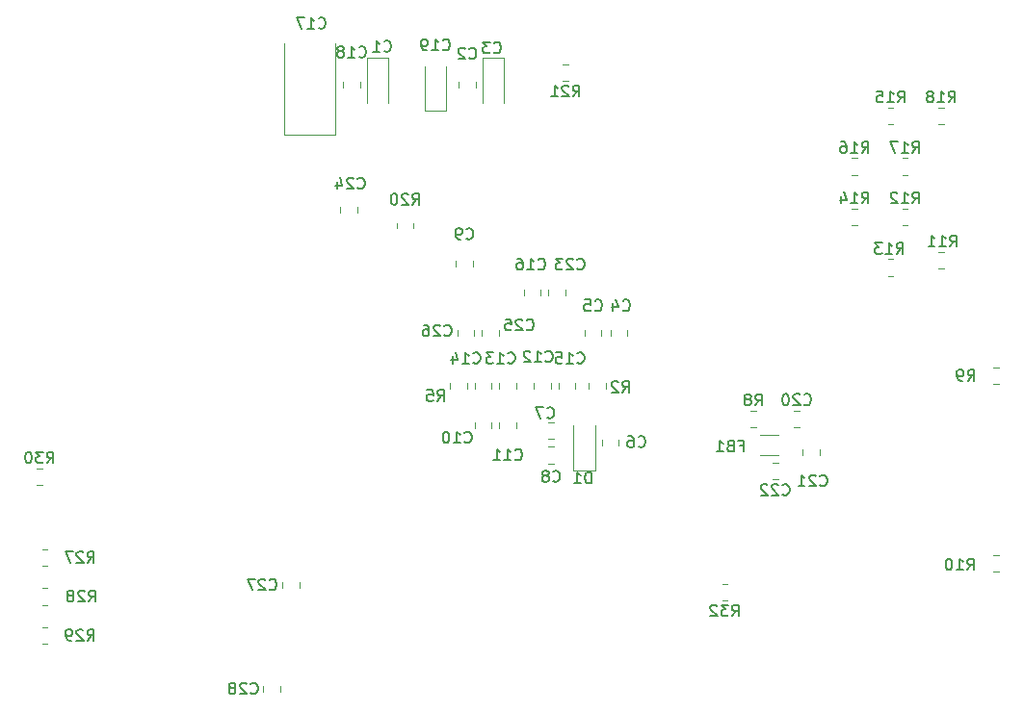
<source format=gbr>
%TF.GenerationSoftware,KiCad,Pcbnew,7.0.9-7.0.9~ubuntu20.04.1*%
%TF.CreationDate,2024-02-02T11:04:46+00:00*%
%TF.ProjectId,ICE40UPDevBoard,49434534-3055-4504-9465-76426f617264,rev?*%
%TF.SameCoordinates,Original*%
%TF.FileFunction,Legend,Bot*%
%TF.FilePolarity,Positive*%
%FSLAX46Y46*%
G04 Gerber Fmt 4.6, Leading zero omitted, Abs format (unit mm)*
G04 Created by KiCad (PCBNEW 7.0.9-7.0.9~ubuntu20.04.1) date 2024-02-02 11:04:46*
%MOMM*%
%LPD*%
G01*
G04 APERTURE LIST*
%ADD10C,0.150000*%
%ADD11C,0.120000*%
G04 APERTURE END LIST*
D10*
X205112857Y-77034819D02*
X205446190Y-76558628D01*
X205684285Y-77034819D02*
X205684285Y-76034819D01*
X205684285Y-76034819D02*
X205303333Y-76034819D01*
X205303333Y-76034819D02*
X205208095Y-76082438D01*
X205208095Y-76082438D02*
X205160476Y-76130057D01*
X205160476Y-76130057D02*
X205112857Y-76225295D01*
X205112857Y-76225295D02*
X205112857Y-76368152D01*
X205112857Y-76368152D02*
X205160476Y-76463390D01*
X205160476Y-76463390D02*
X205208095Y-76511009D01*
X205208095Y-76511009D02*
X205303333Y-76558628D01*
X205303333Y-76558628D02*
X205684285Y-76558628D01*
X204731904Y-76130057D02*
X204684285Y-76082438D01*
X204684285Y-76082438D02*
X204589047Y-76034819D01*
X204589047Y-76034819D02*
X204350952Y-76034819D01*
X204350952Y-76034819D02*
X204255714Y-76082438D01*
X204255714Y-76082438D02*
X204208095Y-76130057D01*
X204208095Y-76130057D02*
X204160476Y-76225295D01*
X204160476Y-76225295D02*
X204160476Y-76320533D01*
X204160476Y-76320533D02*
X204208095Y-76463390D01*
X204208095Y-76463390D02*
X204779523Y-77034819D01*
X204779523Y-77034819D02*
X204160476Y-77034819D01*
X203208095Y-77034819D02*
X203779523Y-77034819D01*
X203493809Y-77034819D02*
X203493809Y-76034819D01*
X203493809Y-76034819D02*
X203589047Y-76177676D01*
X203589047Y-76177676D02*
X203684285Y-76272914D01*
X203684285Y-76272914D02*
X203779523Y-76320533D01*
X186189857Y-85068580D02*
X186237476Y-85116200D01*
X186237476Y-85116200D02*
X186380333Y-85163819D01*
X186380333Y-85163819D02*
X186475571Y-85163819D01*
X186475571Y-85163819D02*
X186618428Y-85116200D01*
X186618428Y-85116200D02*
X186713666Y-85020961D01*
X186713666Y-85020961D02*
X186761285Y-84925723D01*
X186761285Y-84925723D02*
X186808904Y-84735247D01*
X186808904Y-84735247D02*
X186808904Y-84592390D01*
X186808904Y-84592390D02*
X186761285Y-84401914D01*
X186761285Y-84401914D02*
X186713666Y-84306676D01*
X186713666Y-84306676D02*
X186618428Y-84211438D01*
X186618428Y-84211438D02*
X186475571Y-84163819D01*
X186475571Y-84163819D02*
X186380333Y-84163819D01*
X186380333Y-84163819D02*
X186237476Y-84211438D01*
X186237476Y-84211438D02*
X186189857Y-84259057D01*
X185808904Y-84259057D02*
X185761285Y-84211438D01*
X185761285Y-84211438D02*
X185666047Y-84163819D01*
X185666047Y-84163819D02*
X185427952Y-84163819D01*
X185427952Y-84163819D02*
X185332714Y-84211438D01*
X185332714Y-84211438D02*
X185285095Y-84259057D01*
X185285095Y-84259057D02*
X185237476Y-84354295D01*
X185237476Y-84354295D02*
X185237476Y-84449533D01*
X185237476Y-84449533D02*
X185285095Y-84592390D01*
X185285095Y-84592390D02*
X185856523Y-85163819D01*
X185856523Y-85163819D02*
X185237476Y-85163819D01*
X184380333Y-84497152D02*
X184380333Y-85163819D01*
X184618428Y-84116200D02*
X184856523Y-84830485D01*
X184856523Y-84830485D02*
X184237476Y-84830485D01*
X239783857Y-118691819D02*
X240117190Y-118215628D01*
X240355285Y-118691819D02*
X240355285Y-117691819D01*
X240355285Y-117691819D02*
X239974333Y-117691819D01*
X239974333Y-117691819D02*
X239879095Y-117739438D01*
X239879095Y-117739438D02*
X239831476Y-117787057D01*
X239831476Y-117787057D02*
X239783857Y-117882295D01*
X239783857Y-117882295D02*
X239783857Y-118025152D01*
X239783857Y-118025152D02*
X239831476Y-118120390D01*
X239831476Y-118120390D02*
X239879095Y-118168009D01*
X239879095Y-118168009D02*
X239974333Y-118215628D01*
X239974333Y-118215628D02*
X240355285Y-118215628D01*
X238831476Y-118691819D02*
X239402904Y-118691819D01*
X239117190Y-118691819D02*
X239117190Y-117691819D01*
X239117190Y-117691819D02*
X239212428Y-117834676D01*
X239212428Y-117834676D02*
X239307666Y-117929914D01*
X239307666Y-117929914D02*
X239402904Y-117977533D01*
X238212428Y-117691819D02*
X238117190Y-117691819D01*
X238117190Y-117691819D02*
X238021952Y-117739438D01*
X238021952Y-117739438D02*
X237974333Y-117787057D01*
X237974333Y-117787057D02*
X237926714Y-117882295D01*
X237926714Y-117882295D02*
X237879095Y-118072771D01*
X237879095Y-118072771D02*
X237879095Y-118310866D01*
X237879095Y-118310866D02*
X237926714Y-118501342D01*
X237926714Y-118501342D02*
X237974333Y-118596580D01*
X237974333Y-118596580D02*
X238021952Y-118644200D01*
X238021952Y-118644200D02*
X238117190Y-118691819D01*
X238117190Y-118691819D02*
X238212428Y-118691819D01*
X238212428Y-118691819D02*
X238307666Y-118644200D01*
X238307666Y-118644200D02*
X238355285Y-118596580D01*
X238355285Y-118596580D02*
X238402904Y-118501342D01*
X238402904Y-118501342D02*
X238450523Y-118310866D01*
X238450523Y-118310866D02*
X238450523Y-118072771D01*
X238450523Y-118072771D02*
X238402904Y-117882295D01*
X238402904Y-117882295D02*
X238355285Y-117787057D01*
X238355285Y-117787057D02*
X238307666Y-117739438D01*
X238307666Y-117739438D02*
X238212428Y-117691819D01*
X202064857Y-92180580D02*
X202112476Y-92228200D01*
X202112476Y-92228200D02*
X202255333Y-92275819D01*
X202255333Y-92275819D02*
X202350571Y-92275819D01*
X202350571Y-92275819D02*
X202493428Y-92228200D01*
X202493428Y-92228200D02*
X202588666Y-92132961D01*
X202588666Y-92132961D02*
X202636285Y-92037723D01*
X202636285Y-92037723D02*
X202683904Y-91847247D01*
X202683904Y-91847247D02*
X202683904Y-91704390D01*
X202683904Y-91704390D02*
X202636285Y-91513914D01*
X202636285Y-91513914D02*
X202588666Y-91418676D01*
X202588666Y-91418676D02*
X202493428Y-91323438D01*
X202493428Y-91323438D02*
X202350571Y-91275819D01*
X202350571Y-91275819D02*
X202255333Y-91275819D01*
X202255333Y-91275819D02*
X202112476Y-91323438D01*
X202112476Y-91323438D02*
X202064857Y-91371057D01*
X201112476Y-92275819D02*
X201683904Y-92275819D01*
X201398190Y-92275819D02*
X201398190Y-91275819D01*
X201398190Y-91275819D02*
X201493428Y-91418676D01*
X201493428Y-91418676D02*
X201588666Y-91513914D01*
X201588666Y-91513914D02*
X201683904Y-91561533D01*
X200255333Y-91275819D02*
X200445809Y-91275819D01*
X200445809Y-91275819D02*
X200541047Y-91323438D01*
X200541047Y-91323438D02*
X200588666Y-91371057D01*
X200588666Y-91371057D02*
X200683904Y-91513914D01*
X200683904Y-91513914D02*
X200731523Y-91704390D01*
X200731523Y-91704390D02*
X200731523Y-92085342D01*
X200731523Y-92085342D02*
X200683904Y-92180580D01*
X200683904Y-92180580D02*
X200636285Y-92228200D01*
X200636285Y-92228200D02*
X200541047Y-92275819D01*
X200541047Y-92275819D02*
X200350571Y-92275819D01*
X200350571Y-92275819D02*
X200255333Y-92228200D01*
X200255333Y-92228200D02*
X200207714Y-92180580D01*
X200207714Y-92180580D02*
X200160095Y-92085342D01*
X200160095Y-92085342D02*
X200160095Y-91847247D01*
X200160095Y-91847247D02*
X200207714Y-91752009D01*
X200207714Y-91752009D02*
X200255333Y-91704390D01*
X200255333Y-91704390D02*
X200350571Y-91656771D01*
X200350571Y-91656771D02*
X200541047Y-91656771D01*
X200541047Y-91656771D02*
X200636285Y-91704390D01*
X200636285Y-91704390D02*
X200683904Y-91752009D01*
X200683904Y-91752009D02*
X200731523Y-91847247D01*
X193682857Y-72876580D02*
X193730476Y-72924200D01*
X193730476Y-72924200D02*
X193873333Y-72971819D01*
X193873333Y-72971819D02*
X193968571Y-72971819D01*
X193968571Y-72971819D02*
X194111428Y-72924200D01*
X194111428Y-72924200D02*
X194206666Y-72828961D01*
X194206666Y-72828961D02*
X194254285Y-72733723D01*
X194254285Y-72733723D02*
X194301904Y-72543247D01*
X194301904Y-72543247D02*
X194301904Y-72400390D01*
X194301904Y-72400390D02*
X194254285Y-72209914D01*
X194254285Y-72209914D02*
X194206666Y-72114676D01*
X194206666Y-72114676D02*
X194111428Y-72019438D01*
X194111428Y-72019438D02*
X193968571Y-71971819D01*
X193968571Y-71971819D02*
X193873333Y-71971819D01*
X193873333Y-71971819D02*
X193730476Y-72019438D01*
X193730476Y-72019438D02*
X193682857Y-72067057D01*
X192730476Y-72971819D02*
X193301904Y-72971819D01*
X193016190Y-72971819D02*
X193016190Y-71971819D01*
X193016190Y-71971819D02*
X193111428Y-72114676D01*
X193111428Y-72114676D02*
X193206666Y-72209914D01*
X193206666Y-72209914D02*
X193301904Y-72257533D01*
X192254285Y-72971819D02*
X192063809Y-72971819D01*
X192063809Y-72971819D02*
X191968571Y-72924200D01*
X191968571Y-72924200D02*
X191920952Y-72876580D01*
X191920952Y-72876580D02*
X191825714Y-72733723D01*
X191825714Y-72733723D02*
X191778095Y-72543247D01*
X191778095Y-72543247D02*
X191778095Y-72162295D01*
X191778095Y-72162295D02*
X191825714Y-72067057D01*
X191825714Y-72067057D02*
X191873333Y-72019438D01*
X191873333Y-72019438D02*
X191968571Y-71971819D01*
X191968571Y-71971819D02*
X192159047Y-71971819D01*
X192159047Y-71971819D02*
X192254285Y-72019438D01*
X192254285Y-72019438D02*
X192301904Y-72067057D01*
X192301904Y-72067057D02*
X192349523Y-72162295D01*
X192349523Y-72162295D02*
X192349523Y-72400390D01*
X192349523Y-72400390D02*
X192301904Y-72495628D01*
X192301904Y-72495628D02*
X192254285Y-72543247D01*
X192254285Y-72543247D02*
X192159047Y-72590866D01*
X192159047Y-72590866D02*
X191968571Y-72590866D01*
X191968571Y-72590866D02*
X191873333Y-72543247D01*
X191873333Y-72543247D02*
X191825714Y-72495628D01*
X191825714Y-72495628D02*
X191778095Y-72400390D01*
X206732094Y-111071819D02*
X206732094Y-110071819D01*
X206732094Y-110071819D02*
X206493999Y-110071819D01*
X206493999Y-110071819D02*
X206351142Y-110119438D01*
X206351142Y-110119438D02*
X206255904Y-110214676D01*
X206255904Y-110214676D02*
X206208285Y-110309914D01*
X206208285Y-110309914D02*
X206160666Y-110500390D01*
X206160666Y-110500390D02*
X206160666Y-110643247D01*
X206160666Y-110643247D02*
X206208285Y-110833723D01*
X206208285Y-110833723D02*
X206255904Y-110928961D01*
X206255904Y-110928961D02*
X206351142Y-111024200D01*
X206351142Y-111024200D02*
X206493999Y-111071819D01*
X206493999Y-111071819D02*
X206732094Y-111071819D01*
X205208285Y-111071819D02*
X205779713Y-111071819D01*
X205493999Y-111071819D02*
X205493999Y-110071819D01*
X205493999Y-110071819D02*
X205589237Y-110214676D01*
X205589237Y-110214676D02*
X205684475Y-110309914D01*
X205684475Y-110309914D02*
X205779713Y-110357533D01*
X234957857Y-86433819D02*
X235291190Y-85957628D01*
X235529285Y-86433819D02*
X235529285Y-85433819D01*
X235529285Y-85433819D02*
X235148333Y-85433819D01*
X235148333Y-85433819D02*
X235053095Y-85481438D01*
X235053095Y-85481438D02*
X235005476Y-85529057D01*
X235005476Y-85529057D02*
X234957857Y-85624295D01*
X234957857Y-85624295D02*
X234957857Y-85767152D01*
X234957857Y-85767152D02*
X235005476Y-85862390D01*
X235005476Y-85862390D02*
X235053095Y-85910009D01*
X235053095Y-85910009D02*
X235148333Y-85957628D01*
X235148333Y-85957628D02*
X235529285Y-85957628D01*
X234005476Y-86433819D02*
X234576904Y-86433819D01*
X234291190Y-86433819D02*
X234291190Y-85433819D01*
X234291190Y-85433819D02*
X234386428Y-85576676D01*
X234386428Y-85576676D02*
X234481666Y-85671914D01*
X234481666Y-85671914D02*
X234576904Y-85719533D01*
X233624523Y-85529057D02*
X233576904Y-85481438D01*
X233576904Y-85481438D02*
X233481666Y-85433819D01*
X233481666Y-85433819D02*
X233243571Y-85433819D01*
X233243571Y-85433819D02*
X233148333Y-85481438D01*
X233148333Y-85481438D02*
X233100714Y-85529057D01*
X233100714Y-85529057D02*
X233053095Y-85624295D01*
X233053095Y-85624295D02*
X233053095Y-85719533D01*
X233053095Y-85719533D02*
X233100714Y-85862390D01*
X233100714Y-85862390D02*
X233672142Y-86433819D01*
X233672142Y-86433819D02*
X233053095Y-86433819D01*
X193809857Y-98022580D02*
X193857476Y-98070200D01*
X193857476Y-98070200D02*
X194000333Y-98117819D01*
X194000333Y-98117819D02*
X194095571Y-98117819D01*
X194095571Y-98117819D02*
X194238428Y-98070200D01*
X194238428Y-98070200D02*
X194333666Y-97974961D01*
X194333666Y-97974961D02*
X194381285Y-97879723D01*
X194381285Y-97879723D02*
X194428904Y-97689247D01*
X194428904Y-97689247D02*
X194428904Y-97546390D01*
X194428904Y-97546390D02*
X194381285Y-97355914D01*
X194381285Y-97355914D02*
X194333666Y-97260676D01*
X194333666Y-97260676D02*
X194238428Y-97165438D01*
X194238428Y-97165438D02*
X194095571Y-97117819D01*
X194095571Y-97117819D02*
X194000333Y-97117819D01*
X194000333Y-97117819D02*
X193857476Y-97165438D01*
X193857476Y-97165438D02*
X193809857Y-97213057D01*
X193428904Y-97213057D02*
X193381285Y-97165438D01*
X193381285Y-97165438D02*
X193286047Y-97117819D01*
X193286047Y-97117819D02*
X193047952Y-97117819D01*
X193047952Y-97117819D02*
X192952714Y-97165438D01*
X192952714Y-97165438D02*
X192905095Y-97213057D01*
X192905095Y-97213057D02*
X192857476Y-97308295D01*
X192857476Y-97308295D02*
X192857476Y-97403533D01*
X192857476Y-97403533D02*
X192905095Y-97546390D01*
X192905095Y-97546390D02*
X193476523Y-98117819D01*
X193476523Y-98117819D02*
X192857476Y-98117819D01*
X192000333Y-97117819D02*
X192190809Y-97117819D01*
X192190809Y-97117819D02*
X192286047Y-97165438D01*
X192286047Y-97165438D02*
X192333666Y-97213057D01*
X192333666Y-97213057D02*
X192428904Y-97355914D01*
X192428904Y-97355914D02*
X192476523Y-97546390D01*
X192476523Y-97546390D02*
X192476523Y-97927342D01*
X192476523Y-97927342D02*
X192428904Y-98022580D01*
X192428904Y-98022580D02*
X192381285Y-98070200D01*
X192381285Y-98070200D02*
X192286047Y-98117819D01*
X192286047Y-98117819D02*
X192095571Y-98117819D01*
X192095571Y-98117819D02*
X192000333Y-98070200D01*
X192000333Y-98070200D02*
X191952714Y-98022580D01*
X191952714Y-98022580D02*
X191905095Y-97927342D01*
X191905095Y-97927342D02*
X191905095Y-97689247D01*
X191905095Y-97689247D02*
X191952714Y-97594009D01*
X191952714Y-97594009D02*
X192000333Y-97546390D01*
X192000333Y-97546390D02*
X192095571Y-97498771D01*
X192095571Y-97498771D02*
X192286047Y-97498771D01*
X192286047Y-97498771D02*
X192381285Y-97546390D01*
X192381285Y-97546390D02*
X192428904Y-97594009D01*
X192428904Y-97594009D02*
X192476523Y-97689247D01*
X196000666Y-73638580D02*
X196048285Y-73686200D01*
X196048285Y-73686200D02*
X196191142Y-73733819D01*
X196191142Y-73733819D02*
X196286380Y-73733819D01*
X196286380Y-73733819D02*
X196429237Y-73686200D01*
X196429237Y-73686200D02*
X196524475Y-73590961D01*
X196524475Y-73590961D02*
X196572094Y-73495723D01*
X196572094Y-73495723D02*
X196619713Y-73305247D01*
X196619713Y-73305247D02*
X196619713Y-73162390D01*
X196619713Y-73162390D02*
X196572094Y-72971914D01*
X196572094Y-72971914D02*
X196524475Y-72876676D01*
X196524475Y-72876676D02*
X196429237Y-72781438D01*
X196429237Y-72781438D02*
X196286380Y-72733819D01*
X196286380Y-72733819D02*
X196191142Y-72733819D01*
X196191142Y-72733819D02*
X196048285Y-72781438D01*
X196048285Y-72781438D02*
X196000666Y-72829057D01*
X195619713Y-72829057D02*
X195572094Y-72781438D01*
X195572094Y-72781438D02*
X195476856Y-72733819D01*
X195476856Y-72733819D02*
X195238761Y-72733819D01*
X195238761Y-72733819D02*
X195143523Y-72781438D01*
X195143523Y-72781438D02*
X195095904Y-72829057D01*
X195095904Y-72829057D02*
X195048285Y-72924295D01*
X195048285Y-72924295D02*
X195048285Y-73019533D01*
X195048285Y-73019533D02*
X195095904Y-73162390D01*
X195095904Y-73162390D02*
X195667332Y-73733819D01*
X195667332Y-73733819D02*
X195048285Y-73733819D01*
X162567857Y-121485819D02*
X162901190Y-121009628D01*
X163139285Y-121485819D02*
X163139285Y-120485819D01*
X163139285Y-120485819D02*
X162758333Y-120485819D01*
X162758333Y-120485819D02*
X162663095Y-120533438D01*
X162663095Y-120533438D02*
X162615476Y-120581057D01*
X162615476Y-120581057D02*
X162567857Y-120676295D01*
X162567857Y-120676295D02*
X162567857Y-120819152D01*
X162567857Y-120819152D02*
X162615476Y-120914390D01*
X162615476Y-120914390D02*
X162663095Y-120962009D01*
X162663095Y-120962009D02*
X162758333Y-121009628D01*
X162758333Y-121009628D02*
X163139285Y-121009628D01*
X162186904Y-120581057D02*
X162139285Y-120533438D01*
X162139285Y-120533438D02*
X162044047Y-120485819D01*
X162044047Y-120485819D02*
X161805952Y-120485819D01*
X161805952Y-120485819D02*
X161710714Y-120533438D01*
X161710714Y-120533438D02*
X161663095Y-120581057D01*
X161663095Y-120581057D02*
X161615476Y-120676295D01*
X161615476Y-120676295D02*
X161615476Y-120771533D01*
X161615476Y-120771533D02*
X161663095Y-120914390D01*
X161663095Y-120914390D02*
X162234523Y-121485819D01*
X162234523Y-121485819D02*
X161615476Y-121485819D01*
X161044047Y-120914390D02*
X161139285Y-120866771D01*
X161139285Y-120866771D02*
X161186904Y-120819152D01*
X161186904Y-120819152D02*
X161234523Y-120723914D01*
X161234523Y-120723914D02*
X161234523Y-120676295D01*
X161234523Y-120676295D02*
X161186904Y-120581057D01*
X161186904Y-120581057D02*
X161139285Y-120533438D01*
X161139285Y-120533438D02*
X161044047Y-120485819D01*
X161044047Y-120485819D02*
X160853571Y-120485819D01*
X160853571Y-120485819D02*
X160758333Y-120533438D01*
X160758333Y-120533438D02*
X160710714Y-120581057D01*
X160710714Y-120581057D02*
X160663095Y-120676295D01*
X160663095Y-120676295D02*
X160663095Y-120723914D01*
X160663095Y-120723914D02*
X160710714Y-120819152D01*
X160710714Y-120819152D02*
X160758333Y-120866771D01*
X160758333Y-120866771D02*
X160853571Y-120914390D01*
X160853571Y-120914390D02*
X161044047Y-120914390D01*
X161044047Y-120914390D02*
X161139285Y-120962009D01*
X161139285Y-120962009D02*
X161186904Y-121009628D01*
X161186904Y-121009628D02*
X161234523Y-121104866D01*
X161234523Y-121104866D02*
X161234523Y-121295342D01*
X161234523Y-121295342D02*
X161186904Y-121390580D01*
X161186904Y-121390580D02*
X161139285Y-121438200D01*
X161139285Y-121438200D02*
X161044047Y-121485819D01*
X161044047Y-121485819D02*
X160853571Y-121485819D01*
X160853571Y-121485819D02*
X160758333Y-121438200D01*
X160758333Y-121438200D02*
X160710714Y-121390580D01*
X160710714Y-121390580D02*
X160663095Y-121295342D01*
X160663095Y-121295342D02*
X160663095Y-121104866D01*
X160663095Y-121104866D02*
X160710714Y-121009628D01*
X160710714Y-121009628D02*
X160758333Y-120962009D01*
X160758333Y-120962009D02*
X160853571Y-120914390D01*
X191015857Y-86560819D02*
X191349190Y-86084628D01*
X191587285Y-86560819D02*
X191587285Y-85560819D01*
X191587285Y-85560819D02*
X191206333Y-85560819D01*
X191206333Y-85560819D02*
X191111095Y-85608438D01*
X191111095Y-85608438D02*
X191063476Y-85656057D01*
X191063476Y-85656057D02*
X191015857Y-85751295D01*
X191015857Y-85751295D02*
X191015857Y-85894152D01*
X191015857Y-85894152D02*
X191063476Y-85989390D01*
X191063476Y-85989390D02*
X191111095Y-86037009D01*
X191111095Y-86037009D02*
X191206333Y-86084628D01*
X191206333Y-86084628D02*
X191587285Y-86084628D01*
X190634904Y-85656057D02*
X190587285Y-85608438D01*
X190587285Y-85608438D02*
X190492047Y-85560819D01*
X190492047Y-85560819D02*
X190253952Y-85560819D01*
X190253952Y-85560819D02*
X190158714Y-85608438D01*
X190158714Y-85608438D02*
X190111095Y-85656057D01*
X190111095Y-85656057D02*
X190063476Y-85751295D01*
X190063476Y-85751295D02*
X190063476Y-85846533D01*
X190063476Y-85846533D02*
X190111095Y-85989390D01*
X190111095Y-85989390D02*
X190682523Y-86560819D01*
X190682523Y-86560819D02*
X190063476Y-86560819D01*
X189444428Y-85560819D02*
X189349190Y-85560819D01*
X189349190Y-85560819D02*
X189253952Y-85608438D01*
X189253952Y-85608438D02*
X189206333Y-85656057D01*
X189206333Y-85656057D02*
X189158714Y-85751295D01*
X189158714Y-85751295D02*
X189111095Y-85941771D01*
X189111095Y-85941771D02*
X189111095Y-86179866D01*
X189111095Y-86179866D02*
X189158714Y-86370342D01*
X189158714Y-86370342D02*
X189206333Y-86465580D01*
X189206333Y-86465580D02*
X189253952Y-86513200D01*
X189253952Y-86513200D02*
X189349190Y-86560819D01*
X189349190Y-86560819D02*
X189444428Y-86560819D01*
X189444428Y-86560819D02*
X189539666Y-86513200D01*
X189539666Y-86513200D02*
X189587285Y-86465580D01*
X189587285Y-86465580D02*
X189634904Y-86370342D01*
X189634904Y-86370342D02*
X189682523Y-86179866D01*
X189682523Y-86179866D02*
X189682523Y-85941771D01*
X189682523Y-85941771D02*
X189634904Y-85751295D01*
X189634904Y-85751295D02*
X189587285Y-85656057D01*
X189587285Y-85656057D02*
X189539666Y-85608438D01*
X189539666Y-85608438D02*
X189444428Y-85560819D01*
X186316857Y-73511580D02*
X186364476Y-73559200D01*
X186364476Y-73559200D02*
X186507333Y-73606819D01*
X186507333Y-73606819D02*
X186602571Y-73606819D01*
X186602571Y-73606819D02*
X186745428Y-73559200D01*
X186745428Y-73559200D02*
X186840666Y-73463961D01*
X186840666Y-73463961D02*
X186888285Y-73368723D01*
X186888285Y-73368723D02*
X186935904Y-73178247D01*
X186935904Y-73178247D02*
X186935904Y-73035390D01*
X186935904Y-73035390D02*
X186888285Y-72844914D01*
X186888285Y-72844914D02*
X186840666Y-72749676D01*
X186840666Y-72749676D02*
X186745428Y-72654438D01*
X186745428Y-72654438D02*
X186602571Y-72606819D01*
X186602571Y-72606819D02*
X186507333Y-72606819D01*
X186507333Y-72606819D02*
X186364476Y-72654438D01*
X186364476Y-72654438D02*
X186316857Y-72702057D01*
X185364476Y-73606819D02*
X185935904Y-73606819D01*
X185650190Y-73606819D02*
X185650190Y-72606819D01*
X185650190Y-72606819D02*
X185745428Y-72749676D01*
X185745428Y-72749676D02*
X185840666Y-72844914D01*
X185840666Y-72844914D02*
X185935904Y-72892533D01*
X184793047Y-73035390D02*
X184888285Y-72987771D01*
X184888285Y-72987771D02*
X184935904Y-72940152D01*
X184935904Y-72940152D02*
X184983523Y-72844914D01*
X184983523Y-72844914D02*
X184983523Y-72797295D01*
X184983523Y-72797295D02*
X184935904Y-72702057D01*
X184935904Y-72702057D02*
X184888285Y-72654438D01*
X184888285Y-72654438D02*
X184793047Y-72606819D01*
X184793047Y-72606819D02*
X184602571Y-72606819D01*
X184602571Y-72606819D02*
X184507333Y-72654438D01*
X184507333Y-72654438D02*
X184459714Y-72702057D01*
X184459714Y-72702057D02*
X184412095Y-72797295D01*
X184412095Y-72797295D02*
X184412095Y-72844914D01*
X184412095Y-72844914D02*
X184459714Y-72940152D01*
X184459714Y-72940152D02*
X184507333Y-72987771D01*
X184507333Y-72987771D02*
X184602571Y-73035390D01*
X184602571Y-73035390D02*
X184793047Y-73035390D01*
X184793047Y-73035390D02*
X184888285Y-73083009D01*
X184888285Y-73083009D02*
X184935904Y-73130628D01*
X184935904Y-73130628D02*
X184983523Y-73225866D01*
X184983523Y-73225866D02*
X184983523Y-73416342D01*
X184983523Y-73416342D02*
X184935904Y-73511580D01*
X184935904Y-73511580D02*
X184888285Y-73559200D01*
X184888285Y-73559200D02*
X184793047Y-73606819D01*
X184793047Y-73606819D02*
X184602571Y-73606819D01*
X184602571Y-73606819D02*
X184507333Y-73559200D01*
X184507333Y-73559200D02*
X184459714Y-73511580D01*
X184459714Y-73511580D02*
X184412095Y-73416342D01*
X184412095Y-73416342D02*
X184412095Y-73225866D01*
X184412095Y-73225866D02*
X184459714Y-73130628D01*
X184459714Y-73130628D02*
X184507333Y-73083009D01*
X184507333Y-73083009D02*
X184602571Y-73035390D01*
X188507666Y-73003580D02*
X188555285Y-73051200D01*
X188555285Y-73051200D02*
X188698142Y-73098819D01*
X188698142Y-73098819D02*
X188793380Y-73098819D01*
X188793380Y-73098819D02*
X188936237Y-73051200D01*
X188936237Y-73051200D02*
X189031475Y-72955961D01*
X189031475Y-72955961D02*
X189079094Y-72860723D01*
X189079094Y-72860723D02*
X189126713Y-72670247D01*
X189126713Y-72670247D02*
X189126713Y-72527390D01*
X189126713Y-72527390D02*
X189079094Y-72336914D01*
X189079094Y-72336914D02*
X189031475Y-72241676D01*
X189031475Y-72241676D02*
X188936237Y-72146438D01*
X188936237Y-72146438D02*
X188793380Y-72098819D01*
X188793380Y-72098819D02*
X188698142Y-72098819D01*
X188698142Y-72098819D02*
X188555285Y-72146438D01*
X188555285Y-72146438D02*
X188507666Y-72194057D01*
X187555285Y-73098819D02*
X188126713Y-73098819D01*
X187840999Y-73098819D02*
X187840999Y-72098819D01*
X187840999Y-72098819D02*
X187936237Y-72241676D01*
X187936237Y-72241676D02*
X188031475Y-72336914D01*
X188031475Y-72336914D02*
X188126713Y-72384533D01*
X226829857Y-111230580D02*
X226877476Y-111278200D01*
X226877476Y-111278200D02*
X227020333Y-111325819D01*
X227020333Y-111325819D02*
X227115571Y-111325819D01*
X227115571Y-111325819D02*
X227258428Y-111278200D01*
X227258428Y-111278200D02*
X227353666Y-111182961D01*
X227353666Y-111182961D02*
X227401285Y-111087723D01*
X227401285Y-111087723D02*
X227448904Y-110897247D01*
X227448904Y-110897247D02*
X227448904Y-110754390D01*
X227448904Y-110754390D02*
X227401285Y-110563914D01*
X227401285Y-110563914D02*
X227353666Y-110468676D01*
X227353666Y-110468676D02*
X227258428Y-110373438D01*
X227258428Y-110373438D02*
X227115571Y-110325819D01*
X227115571Y-110325819D02*
X227020333Y-110325819D01*
X227020333Y-110325819D02*
X226877476Y-110373438D01*
X226877476Y-110373438D02*
X226829857Y-110421057D01*
X226448904Y-110421057D02*
X226401285Y-110373438D01*
X226401285Y-110373438D02*
X226306047Y-110325819D01*
X226306047Y-110325819D02*
X226067952Y-110325819D01*
X226067952Y-110325819D02*
X225972714Y-110373438D01*
X225972714Y-110373438D02*
X225925095Y-110421057D01*
X225925095Y-110421057D02*
X225877476Y-110516295D01*
X225877476Y-110516295D02*
X225877476Y-110611533D01*
X225877476Y-110611533D02*
X225925095Y-110754390D01*
X225925095Y-110754390D02*
X226496523Y-111325819D01*
X226496523Y-111325819D02*
X225877476Y-111325819D01*
X224925095Y-111325819D02*
X225496523Y-111325819D01*
X225210809Y-111325819D02*
X225210809Y-110325819D01*
X225210809Y-110325819D02*
X225306047Y-110468676D01*
X225306047Y-110468676D02*
X225401285Y-110563914D01*
X225401285Y-110563914D02*
X225496523Y-110611533D01*
X195587857Y-107420580D02*
X195635476Y-107468200D01*
X195635476Y-107468200D02*
X195778333Y-107515819D01*
X195778333Y-107515819D02*
X195873571Y-107515819D01*
X195873571Y-107515819D02*
X196016428Y-107468200D01*
X196016428Y-107468200D02*
X196111666Y-107372961D01*
X196111666Y-107372961D02*
X196159285Y-107277723D01*
X196159285Y-107277723D02*
X196206904Y-107087247D01*
X196206904Y-107087247D02*
X196206904Y-106944390D01*
X196206904Y-106944390D02*
X196159285Y-106753914D01*
X196159285Y-106753914D02*
X196111666Y-106658676D01*
X196111666Y-106658676D02*
X196016428Y-106563438D01*
X196016428Y-106563438D02*
X195873571Y-106515819D01*
X195873571Y-106515819D02*
X195778333Y-106515819D01*
X195778333Y-106515819D02*
X195635476Y-106563438D01*
X195635476Y-106563438D02*
X195587857Y-106611057D01*
X194635476Y-107515819D02*
X195206904Y-107515819D01*
X194921190Y-107515819D02*
X194921190Y-106515819D01*
X194921190Y-106515819D02*
X195016428Y-106658676D01*
X195016428Y-106658676D02*
X195111666Y-106753914D01*
X195111666Y-106753914D02*
X195206904Y-106801533D01*
X194016428Y-106515819D02*
X193921190Y-106515819D01*
X193921190Y-106515819D02*
X193825952Y-106563438D01*
X193825952Y-106563438D02*
X193778333Y-106611057D01*
X193778333Y-106611057D02*
X193730714Y-106706295D01*
X193730714Y-106706295D02*
X193683095Y-106896771D01*
X193683095Y-106896771D02*
X193683095Y-107134866D01*
X193683095Y-107134866D02*
X193730714Y-107325342D01*
X193730714Y-107325342D02*
X193778333Y-107420580D01*
X193778333Y-107420580D02*
X193825952Y-107468200D01*
X193825952Y-107468200D02*
X193921190Y-107515819D01*
X193921190Y-107515819D02*
X194016428Y-107515819D01*
X194016428Y-107515819D02*
X194111666Y-107468200D01*
X194111666Y-107468200D02*
X194159285Y-107420580D01*
X194159285Y-107420580D02*
X194206904Y-107325342D01*
X194206904Y-107325342D02*
X194254523Y-107134866D01*
X194254523Y-107134866D02*
X194254523Y-106896771D01*
X194254523Y-106896771D02*
X194206904Y-106706295D01*
X194206904Y-106706295D02*
X194159285Y-106611057D01*
X194159285Y-106611057D02*
X194111666Y-106563438D01*
X194111666Y-106563438D02*
X194016428Y-106515819D01*
X230512857Y-81989819D02*
X230846190Y-81513628D01*
X231084285Y-81989819D02*
X231084285Y-80989819D01*
X231084285Y-80989819D02*
X230703333Y-80989819D01*
X230703333Y-80989819D02*
X230608095Y-81037438D01*
X230608095Y-81037438D02*
X230560476Y-81085057D01*
X230560476Y-81085057D02*
X230512857Y-81180295D01*
X230512857Y-81180295D02*
X230512857Y-81323152D01*
X230512857Y-81323152D02*
X230560476Y-81418390D01*
X230560476Y-81418390D02*
X230608095Y-81466009D01*
X230608095Y-81466009D02*
X230703333Y-81513628D01*
X230703333Y-81513628D02*
X231084285Y-81513628D01*
X229560476Y-81989819D02*
X230131904Y-81989819D01*
X229846190Y-81989819D02*
X229846190Y-80989819D01*
X229846190Y-80989819D02*
X229941428Y-81132676D01*
X229941428Y-81132676D02*
X230036666Y-81227914D01*
X230036666Y-81227914D02*
X230131904Y-81275533D01*
X228703333Y-80989819D02*
X228893809Y-80989819D01*
X228893809Y-80989819D02*
X228989047Y-81037438D01*
X228989047Y-81037438D02*
X229036666Y-81085057D01*
X229036666Y-81085057D02*
X229131904Y-81227914D01*
X229131904Y-81227914D02*
X229179523Y-81418390D01*
X229179523Y-81418390D02*
X229179523Y-81799342D01*
X229179523Y-81799342D02*
X229131904Y-81894580D01*
X229131904Y-81894580D02*
X229084285Y-81942200D01*
X229084285Y-81942200D02*
X228989047Y-81989819D01*
X228989047Y-81989819D02*
X228798571Y-81989819D01*
X228798571Y-81989819D02*
X228703333Y-81942200D01*
X228703333Y-81942200D02*
X228655714Y-81894580D01*
X228655714Y-81894580D02*
X228608095Y-81799342D01*
X228608095Y-81799342D02*
X228608095Y-81561247D01*
X228608095Y-81561247D02*
X228655714Y-81466009D01*
X228655714Y-81466009D02*
X228703333Y-81418390D01*
X228703333Y-81418390D02*
X228798571Y-81370771D01*
X228798571Y-81370771D02*
X228989047Y-81370771D01*
X228989047Y-81370771D02*
X229084285Y-81418390D01*
X229084285Y-81418390D02*
X229131904Y-81466009D01*
X229131904Y-81466009D02*
X229179523Y-81561247D01*
X195746666Y-89513580D02*
X195794285Y-89561200D01*
X195794285Y-89561200D02*
X195937142Y-89608819D01*
X195937142Y-89608819D02*
X196032380Y-89608819D01*
X196032380Y-89608819D02*
X196175237Y-89561200D01*
X196175237Y-89561200D02*
X196270475Y-89465961D01*
X196270475Y-89465961D02*
X196318094Y-89370723D01*
X196318094Y-89370723D02*
X196365713Y-89180247D01*
X196365713Y-89180247D02*
X196365713Y-89037390D01*
X196365713Y-89037390D02*
X196318094Y-88846914D01*
X196318094Y-88846914D02*
X196270475Y-88751676D01*
X196270475Y-88751676D02*
X196175237Y-88656438D01*
X196175237Y-88656438D02*
X196032380Y-88608819D01*
X196032380Y-88608819D02*
X195937142Y-88608819D01*
X195937142Y-88608819D02*
X195794285Y-88656438D01*
X195794285Y-88656438D02*
X195746666Y-88704057D01*
X195270475Y-89608819D02*
X195079999Y-89608819D01*
X195079999Y-89608819D02*
X194984761Y-89561200D01*
X194984761Y-89561200D02*
X194937142Y-89513580D01*
X194937142Y-89513580D02*
X194841904Y-89370723D01*
X194841904Y-89370723D02*
X194794285Y-89180247D01*
X194794285Y-89180247D02*
X194794285Y-88799295D01*
X194794285Y-88799295D02*
X194841904Y-88704057D01*
X194841904Y-88704057D02*
X194889523Y-88656438D01*
X194889523Y-88656438D02*
X194984761Y-88608819D01*
X194984761Y-88608819D02*
X195175237Y-88608819D01*
X195175237Y-88608819D02*
X195270475Y-88656438D01*
X195270475Y-88656438D02*
X195318094Y-88704057D01*
X195318094Y-88704057D02*
X195365713Y-88799295D01*
X195365713Y-88799295D02*
X195365713Y-89037390D01*
X195365713Y-89037390D02*
X195318094Y-89132628D01*
X195318094Y-89132628D02*
X195270475Y-89180247D01*
X195270475Y-89180247D02*
X195175237Y-89227866D01*
X195175237Y-89227866D02*
X194984761Y-89227866D01*
X194984761Y-89227866D02*
X194889523Y-89180247D01*
X194889523Y-89180247D02*
X194841904Y-89132628D01*
X194841904Y-89132628D02*
X194794285Y-89037390D01*
X219781333Y-107754009D02*
X220114666Y-107754009D01*
X220114666Y-108277819D02*
X220114666Y-107277819D01*
X220114666Y-107277819D02*
X219638476Y-107277819D01*
X218924190Y-107754009D02*
X218781333Y-107801628D01*
X218781333Y-107801628D02*
X218733714Y-107849247D01*
X218733714Y-107849247D02*
X218686095Y-107944485D01*
X218686095Y-107944485D02*
X218686095Y-108087342D01*
X218686095Y-108087342D02*
X218733714Y-108182580D01*
X218733714Y-108182580D02*
X218781333Y-108230200D01*
X218781333Y-108230200D02*
X218876571Y-108277819D01*
X218876571Y-108277819D02*
X219257523Y-108277819D01*
X219257523Y-108277819D02*
X219257523Y-107277819D01*
X219257523Y-107277819D02*
X218924190Y-107277819D01*
X218924190Y-107277819D02*
X218828952Y-107325438D01*
X218828952Y-107325438D02*
X218781333Y-107373057D01*
X218781333Y-107373057D02*
X218733714Y-107468295D01*
X218733714Y-107468295D02*
X218733714Y-107563533D01*
X218733714Y-107563533D02*
X218781333Y-107658771D01*
X218781333Y-107658771D02*
X218828952Y-107706390D01*
X218828952Y-107706390D02*
X218924190Y-107754009D01*
X218924190Y-107754009D02*
X219257523Y-107754009D01*
X217733714Y-108277819D02*
X218305142Y-108277819D01*
X218019428Y-108277819D02*
X218019428Y-107277819D01*
X218019428Y-107277819D02*
X218114666Y-107420676D01*
X218114666Y-107420676D02*
X218209904Y-107515914D01*
X218209904Y-107515914D02*
X218305142Y-107563533D01*
X230512857Y-86434819D02*
X230846190Y-85958628D01*
X231084285Y-86434819D02*
X231084285Y-85434819D01*
X231084285Y-85434819D02*
X230703333Y-85434819D01*
X230703333Y-85434819D02*
X230608095Y-85482438D01*
X230608095Y-85482438D02*
X230560476Y-85530057D01*
X230560476Y-85530057D02*
X230512857Y-85625295D01*
X230512857Y-85625295D02*
X230512857Y-85768152D01*
X230512857Y-85768152D02*
X230560476Y-85863390D01*
X230560476Y-85863390D02*
X230608095Y-85911009D01*
X230608095Y-85911009D02*
X230703333Y-85958628D01*
X230703333Y-85958628D02*
X231084285Y-85958628D01*
X229560476Y-86434819D02*
X230131904Y-86434819D01*
X229846190Y-86434819D02*
X229846190Y-85434819D01*
X229846190Y-85434819D02*
X229941428Y-85577676D01*
X229941428Y-85577676D02*
X230036666Y-85672914D01*
X230036666Y-85672914D02*
X230131904Y-85720533D01*
X228703333Y-85768152D02*
X228703333Y-86434819D01*
X228941428Y-85387200D02*
X229179523Y-86101485D01*
X229179523Y-86101485D02*
X228560476Y-86101485D01*
X198159666Y-73130580D02*
X198207285Y-73178200D01*
X198207285Y-73178200D02*
X198350142Y-73225819D01*
X198350142Y-73225819D02*
X198445380Y-73225819D01*
X198445380Y-73225819D02*
X198588237Y-73178200D01*
X198588237Y-73178200D02*
X198683475Y-73082961D01*
X198683475Y-73082961D02*
X198731094Y-72987723D01*
X198731094Y-72987723D02*
X198778713Y-72797247D01*
X198778713Y-72797247D02*
X198778713Y-72654390D01*
X198778713Y-72654390D02*
X198731094Y-72463914D01*
X198731094Y-72463914D02*
X198683475Y-72368676D01*
X198683475Y-72368676D02*
X198588237Y-72273438D01*
X198588237Y-72273438D02*
X198445380Y-72225819D01*
X198445380Y-72225819D02*
X198350142Y-72225819D01*
X198350142Y-72225819D02*
X198207285Y-72273438D01*
X198207285Y-72273438D02*
X198159666Y-72321057D01*
X197826332Y-72225819D02*
X197207285Y-72225819D01*
X197207285Y-72225819D02*
X197540618Y-72606771D01*
X197540618Y-72606771D02*
X197397761Y-72606771D01*
X197397761Y-72606771D02*
X197302523Y-72654390D01*
X197302523Y-72654390D02*
X197254904Y-72702009D01*
X197254904Y-72702009D02*
X197207285Y-72797247D01*
X197207285Y-72797247D02*
X197207285Y-73035342D01*
X197207285Y-73035342D02*
X197254904Y-73130580D01*
X197254904Y-73130580D02*
X197302523Y-73178200D01*
X197302523Y-73178200D02*
X197397761Y-73225819D01*
X197397761Y-73225819D02*
X197683475Y-73225819D01*
X197683475Y-73225819D02*
X197778713Y-73178200D01*
X197778713Y-73178200D02*
X197826332Y-73130580D01*
X178442857Y-120374580D02*
X178490476Y-120422200D01*
X178490476Y-120422200D02*
X178633333Y-120469819D01*
X178633333Y-120469819D02*
X178728571Y-120469819D01*
X178728571Y-120469819D02*
X178871428Y-120422200D01*
X178871428Y-120422200D02*
X178966666Y-120326961D01*
X178966666Y-120326961D02*
X179014285Y-120231723D01*
X179014285Y-120231723D02*
X179061904Y-120041247D01*
X179061904Y-120041247D02*
X179061904Y-119898390D01*
X179061904Y-119898390D02*
X179014285Y-119707914D01*
X179014285Y-119707914D02*
X178966666Y-119612676D01*
X178966666Y-119612676D02*
X178871428Y-119517438D01*
X178871428Y-119517438D02*
X178728571Y-119469819D01*
X178728571Y-119469819D02*
X178633333Y-119469819D01*
X178633333Y-119469819D02*
X178490476Y-119517438D01*
X178490476Y-119517438D02*
X178442857Y-119565057D01*
X178061904Y-119565057D02*
X178014285Y-119517438D01*
X178014285Y-119517438D02*
X177919047Y-119469819D01*
X177919047Y-119469819D02*
X177680952Y-119469819D01*
X177680952Y-119469819D02*
X177585714Y-119517438D01*
X177585714Y-119517438D02*
X177538095Y-119565057D01*
X177538095Y-119565057D02*
X177490476Y-119660295D01*
X177490476Y-119660295D02*
X177490476Y-119755533D01*
X177490476Y-119755533D02*
X177538095Y-119898390D01*
X177538095Y-119898390D02*
X178109523Y-120469819D01*
X178109523Y-120469819D02*
X177490476Y-120469819D01*
X177157142Y-119469819D02*
X176490476Y-119469819D01*
X176490476Y-119469819D02*
X176919047Y-120469819D01*
X202858666Y-105261580D02*
X202906285Y-105309200D01*
X202906285Y-105309200D02*
X203049142Y-105356819D01*
X203049142Y-105356819D02*
X203144380Y-105356819D01*
X203144380Y-105356819D02*
X203287237Y-105309200D01*
X203287237Y-105309200D02*
X203382475Y-105213961D01*
X203382475Y-105213961D02*
X203430094Y-105118723D01*
X203430094Y-105118723D02*
X203477713Y-104928247D01*
X203477713Y-104928247D02*
X203477713Y-104785390D01*
X203477713Y-104785390D02*
X203430094Y-104594914D01*
X203430094Y-104594914D02*
X203382475Y-104499676D01*
X203382475Y-104499676D02*
X203287237Y-104404438D01*
X203287237Y-104404438D02*
X203144380Y-104356819D01*
X203144380Y-104356819D02*
X203049142Y-104356819D01*
X203049142Y-104356819D02*
X202906285Y-104404438D01*
X202906285Y-104404438D02*
X202858666Y-104452057D01*
X202525332Y-104356819D02*
X201858666Y-104356819D01*
X201858666Y-104356819D02*
X202287237Y-105356819D01*
X234957857Y-81989819D02*
X235291190Y-81513628D01*
X235529285Y-81989819D02*
X235529285Y-80989819D01*
X235529285Y-80989819D02*
X235148333Y-80989819D01*
X235148333Y-80989819D02*
X235053095Y-81037438D01*
X235053095Y-81037438D02*
X235005476Y-81085057D01*
X235005476Y-81085057D02*
X234957857Y-81180295D01*
X234957857Y-81180295D02*
X234957857Y-81323152D01*
X234957857Y-81323152D02*
X235005476Y-81418390D01*
X235005476Y-81418390D02*
X235053095Y-81466009D01*
X235053095Y-81466009D02*
X235148333Y-81513628D01*
X235148333Y-81513628D02*
X235529285Y-81513628D01*
X234005476Y-81989819D02*
X234576904Y-81989819D01*
X234291190Y-81989819D02*
X234291190Y-80989819D01*
X234291190Y-80989819D02*
X234386428Y-81132676D01*
X234386428Y-81132676D02*
X234481666Y-81227914D01*
X234481666Y-81227914D02*
X234576904Y-81275533D01*
X233672142Y-80989819D02*
X233005476Y-80989819D01*
X233005476Y-80989819D02*
X233434047Y-81989819D01*
X205493857Y-92180580D02*
X205541476Y-92228200D01*
X205541476Y-92228200D02*
X205684333Y-92275819D01*
X205684333Y-92275819D02*
X205779571Y-92275819D01*
X205779571Y-92275819D02*
X205922428Y-92228200D01*
X205922428Y-92228200D02*
X206017666Y-92132961D01*
X206017666Y-92132961D02*
X206065285Y-92037723D01*
X206065285Y-92037723D02*
X206112904Y-91847247D01*
X206112904Y-91847247D02*
X206112904Y-91704390D01*
X206112904Y-91704390D02*
X206065285Y-91513914D01*
X206065285Y-91513914D02*
X206017666Y-91418676D01*
X206017666Y-91418676D02*
X205922428Y-91323438D01*
X205922428Y-91323438D02*
X205779571Y-91275819D01*
X205779571Y-91275819D02*
X205684333Y-91275819D01*
X205684333Y-91275819D02*
X205541476Y-91323438D01*
X205541476Y-91323438D02*
X205493857Y-91371057D01*
X205112904Y-91371057D02*
X205065285Y-91323438D01*
X205065285Y-91323438D02*
X204970047Y-91275819D01*
X204970047Y-91275819D02*
X204731952Y-91275819D01*
X204731952Y-91275819D02*
X204636714Y-91323438D01*
X204636714Y-91323438D02*
X204589095Y-91371057D01*
X204589095Y-91371057D02*
X204541476Y-91466295D01*
X204541476Y-91466295D02*
X204541476Y-91561533D01*
X204541476Y-91561533D02*
X204589095Y-91704390D01*
X204589095Y-91704390D02*
X205160523Y-92275819D01*
X205160523Y-92275819D02*
X204541476Y-92275819D01*
X204208142Y-91275819D02*
X203589095Y-91275819D01*
X203589095Y-91275819D02*
X203922428Y-91656771D01*
X203922428Y-91656771D02*
X203779571Y-91656771D01*
X203779571Y-91656771D02*
X203684333Y-91704390D01*
X203684333Y-91704390D02*
X203636714Y-91752009D01*
X203636714Y-91752009D02*
X203589095Y-91847247D01*
X203589095Y-91847247D02*
X203589095Y-92085342D01*
X203589095Y-92085342D02*
X203636714Y-92180580D01*
X203636714Y-92180580D02*
X203684333Y-92228200D01*
X203684333Y-92228200D02*
X203779571Y-92275819D01*
X203779571Y-92275819D02*
X204065285Y-92275819D01*
X204065285Y-92275819D02*
X204160523Y-92228200D01*
X204160523Y-92228200D02*
X204208142Y-92180580D01*
X176791857Y-129518580D02*
X176839476Y-129566200D01*
X176839476Y-129566200D02*
X176982333Y-129613819D01*
X176982333Y-129613819D02*
X177077571Y-129613819D01*
X177077571Y-129613819D02*
X177220428Y-129566200D01*
X177220428Y-129566200D02*
X177315666Y-129470961D01*
X177315666Y-129470961D02*
X177363285Y-129375723D01*
X177363285Y-129375723D02*
X177410904Y-129185247D01*
X177410904Y-129185247D02*
X177410904Y-129042390D01*
X177410904Y-129042390D02*
X177363285Y-128851914D01*
X177363285Y-128851914D02*
X177315666Y-128756676D01*
X177315666Y-128756676D02*
X177220428Y-128661438D01*
X177220428Y-128661438D02*
X177077571Y-128613819D01*
X177077571Y-128613819D02*
X176982333Y-128613819D01*
X176982333Y-128613819D02*
X176839476Y-128661438D01*
X176839476Y-128661438D02*
X176791857Y-128709057D01*
X176410904Y-128709057D02*
X176363285Y-128661438D01*
X176363285Y-128661438D02*
X176268047Y-128613819D01*
X176268047Y-128613819D02*
X176029952Y-128613819D01*
X176029952Y-128613819D02*
X175934714Y-128661438D01*
X175934714Y-128661438D02*
X175887095Y-128709057D01*
X175887095Y-128709057D02*
X175839476Y-128804295D01*
X175839476Y-128804295D02*
X175839476Y-128899533D01*
X175839476Y-128899533D02*
X175887095Y-129042390D01*
X175887095Y-129042390D02*
X176458523Y-129613819D01*
X176458523Y-129613819D02*
X175839476Y-129613819D01*
X175268047Y-129042390D02*
X175363285Y-128994771D01*
X175363285Y-128994771D02*
X175410904Y-128947152D01*
X175410904Y-128947152D02*
X175458523Y-128851914D01*
X175458523Y-128851914D02*
X175458523Y-128804295D01*
X175458523Y-128804295D02*
X175410904Y-128709057D01*
X175410904Y-128709057D02*
X175363285Y-128661438D01*
X175363285Y-128661438D02*
X175268047Y-128613819D01*
X175268047Y-128613819D02*
X175077571Y-128613819D01*
X175077571Y-128613819D02*
X174982333Y-128661438D01*
X174982333Y-128661438D02*
X174934714Y-128709057D01*
X174934714Y-128709057D02*
X174887095Y-128804295D01*
X174887095Y-128804295D02*
X174887095Y-128851914D01*
X174887095Y-128851914D02*
X174934714Y-128947152D01*
X174934714Y-128947152D02*
X174982333Y-128994771D01*
X174982333Y-128994771D02*
X175077571Y-129042390D01*
X175077571Y-129042390D02*
X175268047Y-129042390D01*
X175268047Y-129042390D02*
X175363285Y-129090009D01*
X175363285Y-129090009D02*
X175410904Y-129137628D01*
X175410904Y-129137628D02*
X175458523Y-129232866D01*
X175458523Y-129232866D02*
X175458523Y-129423342D01*
X175458523Y-129423342D02*
X175410904Y-129518580D01*
X175410904Y-129518580D02*
X175363285Y-129566200D01*
X175363285Y-129566200D02*
X175268047Y-129613819D01*
X175268047Y-129613819D02*
X175077571Y-129613819D01*
X175077571Y-129613819D02*
X174982333Y-129566200D01*
X174982333Y-129566200D02*
X174934714Y-129518580D01*
X174934714Y-129518580D02*
X174887095Y-129423342D01*
X174887095Y-129423342D02*
X174887095Y-129232866D01*
X174887095Y-129232866D02*
X174934714Y-129137628D01*
X174934714Y-129137628D02*
X174982333Y-129090009D01*
X174982333Y-129090009D02*
X175077571Y-129042390D01*
X225432857Y-104089580D02*
X225480476Y-104137200D01*
X225480476Y-104137200D02*
X225623333Y-104184819D01*
X225623333Y-104184819D02*
X225718571Y-104184819D01*
X225718571Y-104184819D02*
X225861428Y-104137200D01*
X225861428Y-104137200D02*
X225956666Y-104041961D01*
X225956666Y-104041961D02*
X226004285Y-103946723D01*
X226004285Y-103946723D02*
X226051904Y-103756247D01*
X226051904Y-103756247D02*
X226051904Y-103613390D01*
X226051904Y-103613390D02*
X226004285Y-103422914D01*
X226004285Y-103422914D02*
X225956666Y-103327676D01*
X225956666Y-103327676D02*
X225861428Y-103232438D01*
X225861428Y-103232438D02*
X225718571Y-103184819D01*
X225718571Y-103184819D02*
X225623333Y-103184819D01*
X225623333Y-103184819D02*
X225480476Y-103232438D01*
X225480476Y-103232438D02*
X225432857Y-103280057D01*
X225051904Y-103280057D02*
X225004285Y-103232438D01*
X225004285Y-103232438D02*
X224909047Y-103184819D01*
X224909047Y-103184819D02*
X224670952Y-103184819D01*
X224670952Y-103184819D02*
X224575714Y-103232438D01*
X224575714Y-103232438D02*
X224528095Y-103280057D01*
X224528095Y-103280057D02*
X224480476Y-103375295D01*
X224480476Y-103375295D02*
X224480476Y-103470533D01*
X224480476Y-103470533D02*
X224528095Y-103613390D01*
X224528095Y-103613390D02*
X225099523Y-104184819D01*
X225099523Y-104184819D02*
X224480476Y-104184819D01*
X223861428Y-103184819D02*
X223766190Y-103184819D01*
X223766190Y-103184819D02*
X223670952Y-103232438D01*
X223670952Y-103232438D02*
X223623333Y-103280057D01*
X223623333Y-103280057D02*
X223575714Y-103375295D01*
X223575714Y-103375295D02*
X223528095Y-103565771D01*
X223528095Y-103565771D02*
X223528095Y-103803866D01*
X223528095Y-103803866D02*
X223575714Y-103994342D01*
X223575714Y-103994342D02*
X223623333Y-104089580D01*
X223623333Y-104089580D02*
X223670952Y-104137200D01*
X223670952Y-104137200D02*
X223766190Y-104184819D01*
X223766190Y-104184819D02*
X223861428Y-104184819D01*
X223861428Y-104184819D02*
X223956666Y-104137200D01*
X223956666Y-104137200D02*
X224004285Y-104089580D01*
X224004285Y-104089580D02*
X224051904Y-103994342D01*
X224051904Y-103994342D02*
X224099523Y-103803866D01*
X224099523Y-103803866D02*
X224099523Y-103565771D01*
X224099523Y-103565771D02*
X224051904Y-103375295D01*
X224051904Y-103375295D02*
X224004285Y-103280057D01*
X224004285Y-103280057D02*
X223956666Y-103232438D01*
X223956666Y-103232438D02*
X223861428Y-103184819D01*
X207049666Y-95797580D02*
X207097285Y-95845200D01*
X207097285Y-95845200D02*
X207240142Y-95892819D01*
X207240142Y-95892819D02*
X207335380Y-95892819D01*
X207335380Y-95892819D02*
X207478237Y-95845200D01*
X207478237Y-95845200D02*
X207573475Y-95749961D01*
X207573475Y-95749961D02*
X207621094Y-95654723D01*
X207621094Y-95654723D02*
X207668713Y-95464247D01*
X207668713Y-95464247D02*
X207668713Y-95321390D01*
X207668713Y-95321390D02*
X207621094Y-95130914D01*
X207621094Y-95130914D02*
X207573475Y-95035676D01*
X207573475Y-95035676D02*
X207478237Y-94940438D01*
X207478237Y-94940438D02*
X207335380Y-94892819D01*
X207335380Y-94892819D02*
X207240142Y-94892819D01*
X207240142Y-94892819D02*
X207097285Y-94940438D01*
X207097285Y-94940438D02*
X207049666Y-94988057D01*
X206144904Y-94892819D02*
X206621094Y-94892819D01*
X206621094Y-94892819D02*
X206668713Y-95369009D01*
X206668713Y-95369009D02*
X206621094Y-95321390D01*
X206621094Y-95321390D02*
X206525856Y-95273771D01*
X206525856Y-95273771D02*
X206287761Y-95273771D01*
X206287761Y-95273771D02*
X206192523Y-95321390D01*
X206192523Y-95321390D02*
X206144904Y-95369009D01*
X206144904Y-95369009D02*
X206097285Y-95464247D01*
X206097285Y-95464247D02*
X206097285Y-95702342D01*
X206097285Y-95702342D02*
X206144904Y-95797580D01*
X206144904Y-95797580D02*
X206192523Y-95845200D01*
X206192523Y-95845200D02*
X206287761Y-95892819D01*
X206287761Y-95892819D02*
X206525856Y-95892819D01*
X206525856Y-95892819D02*
X206621094Y-95845200D01*
X206621094Y-95845200D02*
X206668713Y-95797580D01*
X209500666Y-95797580D02*
X209548285Y-95845200D01*
X209548285Y-95845200D02*
X209691142Y-95892819D01*
X209691142Y-95892819D02*
X209786380Y-95892819D01*
X209786380Y-95892819D02*
X209929237Y-95845200D01*
X209929237Y-95845200D02*
X210024475Y-95749961D01*
X210024475Y-95749961D02*
X210072094Y-95654723D01*
X210072094Y-95654723D02*
X210119713Y-95464247D01*
X210119713Y-95464247D02*
X210119713Y-95321390D01*
X210119713Y-95321390D02*
X210072094Y-95130914D01*
X210072094Y-95130914D02*
X210024475Y-95035676D01*
X210024475Y-95035676D02*
X209929237Y-94940438D01*
X209929237Y-94940438D02*
X209786380Y-94892819D01*
X209786380Y-94892819D02*
X209691142Y-94892819D01*
X209691142Y-94892819D02*
X209548285Y-94940438D01*
X209548285Y-94940438D02*
X209500666Y-94988057D01*
X208643523Y-95226152D02*
X208643523Y-95892819D01*
X208881618Y-94845200D02*
X209119713Y-95559485D01*
X209119713Y-95559485D02*
X208500666Y-95559485D01*
X193206666Y-103832819D02*
X193539999Y-103356628D01*
X193778094Y-103832819D02*
X193778094Y-102832819D01*
X193778094Y-102832819D02*
X193397142Y-102832819D01*
X193397142Y-102832819D02*
X193301904Y-102880438D01*
X193301904Y-102880438D02*
X193254285Y-102928057D01*
X193254285Y-102928057D02*
X193206666Y-103023295D01*
X193206666Y-103023295D02*
X193206666Y-103166152D01*
X193206666Y-103166152D02*
X193254285Y-103261390D01*
X193254285Y-103261390D02*
X193301904Y-103309009D01*
X193301904Y-103309009D02*
X193397142Y-103356628D01*
X193397142Y-103356628D02*
X193778094Y-103356628D01*
X192301904Y-102832819D02*
X192778094Y-102832819D01*
X192778094Y-102832819D02*
X192825713Y-103309009D01*
X192825713Y-103309009D02*
X192778094Y-103261390D01*
X192778094Y-103261390D02*
X192682856Y-103213771D01*
X192682856Y-103213771D02*
X192444761Y-103213771D01*
X192444761Y-103213771D02*
X192349523Y-103261390D01*
X192349523Y-103261390D02*
X192301904Y-103309009D01*
X192301904Y-103309009D02*
X192254285Y-103404247D01*
X192254285Y-103404247D02*
X192254285Y-103642342D01*
X192254285Y-103642342D02*
X192301904Y-103737580D01*
X192301904Y-103737580D02*
X192349523Y-103785200D01*
X192349523Y-103785200D02*
X192444761Y-103832819D01*
X192444761Y-103832819D02*
X192682856Y-103832819D01*
X192682856Y-103832819D02*
X192778094Y-103785200D01*
X192778094Y-103785200D02*
X192825713Y-103737580D01*
X201048857Y-97514580D02*
X201096476Y-97562200D01*
X201096476Y-97562200D02*
X201239333Y-97609819D01*
X201239333Y-97609819D02*
X201334571Y-97609819D01*
X201334571Y-97609819D02*
X201477428Y-97562200D01*
X201477428Y-97562200D02*
X201572666Y-97466961D01*
X201572666Y-97466961D02*
X201620285Y-97371723D01*
X201620285Y-97371723D02*
X201667904Y-97181247D01*
X201667904Y-97181247D02*
X201667904Y-97038390D01*
X201667904Y-97038390D02*
X201620285Y-96847914D01*
X201620285Y-96847914D02*
X201572666Y-96752676D01*
X201572666Y-96752676D02*
X201477428Y-96657438D01*
X201477428Y-96657438D02*
X201334571Y-96609819D01*
X201334571Y-96609819D02*
X201239333Y-96609819D01*
X201239333Y-96609819D02*
X201096476Y-96657438D01*
X201096476Y-96657438D02*
X201048857Y-96705057D01*
X200667904Y-96705057D02*
X200620285Y-96657438D01*
X200620285Y-96657438D02*
X200525047Y-96609819D01*
X200525047Y-96609819D02*
X200286952Y-96609819D01*
X200286952Y-96609819D02*
X200191714Y-96657438D01*
X200191714Y-96657438D02*
X200144095Y-96705057D01*
X200144095Y-96705057D02*
X200096476Y-96800295D01*
X200096476Y-96800295D02*
X200096476Y-96895533D01*
X200096476Y-96895533D02*
X200144095Y-97038390D01*
X200144095Y-97038390D02*
X200715523Y-97609819D01*
X200715523Y-97609819D02*
X200096476Y-97609819D01*
X199191714Y-96609819D02*
X199667904Y-96609819D01*
X199667904Y-96609819D02*
X199715523Y-97086009D01*
X199715523Y-97086009D02*
X199667904Y-97038390D01*
X199667904Y-97038390D02*
X199572666Y-96990771D01*
X199572666Y-96990771D02*
X199334571Y-96990771D01*
X199334571Y-96990771D02*
X199239333Y-97038390D01*
X199239333Y-97038390D02*
X199191714Y-97086009D01*
X199191714Y-97086009D02*
X199144095Y-97181247D01*
X199144095Y-97181247D02*
X199144095Y-97419342D01*
X199144095Y-97419342D02*
X199191714Y-97514580D01*
X199191714Y-97514580D02*
X199239333Y-97562200D01*
X199239333Y-97562200D02*
X199334571Y-97609819D01*
X199334571Y-97609819D02*
X199572666Y-97609819D01*
X199572666Y-97609819D02*
X199667904Y-97562200D01*
X199667904Y-97562200D02*
X199715523Y-97514580D01*
X210859666Y-107801580D02*
X210907285Y-107849200D01*
X210907285Y-107849200D02*
X211050142Y-107896819D01*
X211050142Y-107896819D02*
X211145380Y-107896819D01*
X211145380Y-107896819D02*
X211288237Y-107849200D01*
X211288237Y-107849200D02*
X211383475Y-107753961D01*
X211383475Y-107753961D02*
X211431094Y-107658723D01*
X211431094Y-107658723D02*
X211478713Y-107468247D01*
X211478713Y-107468247D02*
X211478713Y-107325390D01*
X211478713Y-107325390D02*
X211431094Y-107134914D01*
X211431094Y-107134914D02*
X211383475Y-107039676D01*
X211383475Y-107039676D02*
X211288237Y-106944438D01*
X211288237Y-106944438D02*
X211145380Y-106896819D01*
X211145380Y-106896819D02*
X211050142Y-106896819D01*
X211050142Y-106896819D02*
X210907285Y-106944438D01*
X210907285Y-106944438D02*
X210859666Y-106992057D01*
X210002523Y-106896819D02*
X210192999Y-106896819D01*
X210192999Y-106896819D02*
X210288237Y-106944438D01*
X210288237Y-106944438D02*
X210335856Y-106992057D01*
X210335856Y-106992057D02*
X210431094Y-107134914D01*
X210431094Y-107134914D02*
X210478713Y-107325390D01*
X210478713Y-107325390D02*
X210478713Y-107706342D01*
X210478713Y-107706342D02*
X210431094Y-107801580D01*
X210431094Y-107801580D02*
X210383475Y-107849200D01*
X210383475Y-107849200D02*
X210288237Y-107896819D01*
X210288237Y-107896819D02*
X210097761Y-107896819D01*
X210097761Y-107896819D02*
X210002523Y-107849200D01*
X210002523Y-107849200D02*
X209954904Y-107801580D01*
X209954904Y-107801580D02*
X209907285Y-107706342D01*
X209907285Y-107706342D02*
X209907285Y-107468247D01*
X209907285Y-107468247D02*
X209954904Y-107373009D01*
X209954904Y-107373009D02*
X210002523Y-107325390D01*
X210002523Y-107325390D02*
X210097761Y-107277771D01*
X210097761Y-107277771D02*
X210288237Y-107277771D01*
X210288237Y-107277771D02*
X210383475Y-107325390D01*
X210383475Y-107325390D02*
X210431094Y-107373009D01*
X210431094Y-107373009D02*
X210478713Y-107468247D01*
X199397857Y-100435580D02*
X199445476Y-100483200D01*
X199445476Y-100483200D02*
X199588333Y-100530819D01*
X199588333Y-100530819D02*
X199683571Y-100530819D01*
X199683571Y-100530819D02*
X199826428Y-100483200D01*
X199826428Y-100483200D02*
X199921666Y-100387961D01*
X199921666Y-100387961D02*
X199969285Y-100292723D01*
X199969285Y-100292723D02*
X200016904Y-100102247D01*
X200016904Y-100102247D02*
X200016904Y-99959390D01*
X200016904Y-99959390D02*
X199969285Y-99768914D01*
X199969285Y-99768914D02*
X199921666Y-99673676D01*
X199921666Y-99673676D02*
X199826428Y-99578438D01*
X199826428Y-99578438D02*
X199683571Y-99530819D01*
X199683571Y-99530819D02*
X199588333Y-99530819D01*
X199588333Y-99530819D02*
X199445476Y-99578438D01*
X199445476Y-99578438D02*
X199397857Y-99626057D01*
X198445476Y-100530819D02*
X199016904Y-100530819D01*
X198731190Y-100530819D02*
X198731190Y-99530819D01*
X198731190Y-99530819D02*
X198826428Y-99673676D01*
X198826428Y-99673676D02*
X198921666Y-99768914D01*
X198921666Y-99768914D02*
X199016904Y-99816533D01*
X198112142Y-99530819D02*
X197493095Y-99530819D01*
X197493095Y-99530819D02*
X197826428Y-99911771D01*
X197826428Y-99911771D02*
X197683571Y-99911771D01*
X197683571Y-99911771D02*
X197588333Y-99959390D01*
X197588333Y-99959390D02*
X197540714Y-100007009D01*
X197540714Y-100007009D02*
X197493095Y-100102247D01*
X197493095Y-100102247D02*
X197493095Y-100340342D01*
X197493095Y-100340342D02*
X197540714Y-100435580D01*
X197540714Y-100435580D02*
X197588333Y-100483200D01*
X197588333Y-100483200D02*
X197683571Y-100530819D01*
X197683571Y-100530819D02*
X197969285Y-100530819D01*
X197969285Y-100530819D02*
X198064523Y-100483200D01*
X198064523Y-100483200D02*
X198112142Y-100435580D01*
X182760857Y-70971580D02*
X182808476Y-71019200D01*
X182808476Y-71019200D02*
X182951333Y-71066819D01*
X182951333Y-71066819D02*
X183046571Y-71066819D01*
X183046571Y-71066819D02*
X183189428Y-71019200D01*
X183189428Y-71019200D02*
X183284666Y-70923961D01*
X183284666Y-70923961D02*
X183332285Y-70828723D01*
X183332285Y-70828723D02*
X183379904Y-70638247D01*
X183379904Y-70638247D02*
X183379904Y-70495390D01*
X183379904Y-70495390D02*
X183332285Y-70304914D01*
X183332285Y-70304914D02*
X183284666Y-70209676D01*
X183284666Y-70209676D02*
X183189428Y-70114438D01*
X183189428Y-70114438D02*
X183046571Y-70066819D01*
X183046571Y-70066819D02*
X182951333Y-70066819D01*
X182951333Y-70066819D02*
X182808476Y-70114438D01*
X182808476Y-70114438D02*
X182760857Y-70162057D01*
X181808476Y-71066819D02*
X182379904Y-71066819D01*
X182094190Y-71066819D02*
X182094190Y-70066819D01*
X182094190Y-70066819D02*
X182189428Y-70209676D01*
X182189428Y-70209676D02*
X182284666Y-70304914D01*
X182284666Y-70304914D02*
X182379904Y-70352533D01*
X181475142Y-70066819D02*
X180808476Y-70066819D01*
X180808476Y-70066819D02*
X181237047Y-71066819D01*
X203366666Y-110849580D02*
X203414285Y-110897200D01*
X203414285Y-110897200D02*
X203557142Y-110944819D01*
X203557142Y-110944819D02*
X203652380Y-110944819D01*
X203652380Y-110944819D02*
X203795237Y-110897200D01*
X203795237Y-110897200D02*
X203890475Y-110801961D01*
X203890475Y-110801961D02*
X203938094Y-110706723D01*
X203938094Y-110706723D02*
X203985713Y-110516247D01*
X203985713Y-110516247D02*
X203985713Y-110373390D01*
X203985713Y-110373390D02*
X203938094Y-110182914D01*
X203938094Y-110182914D02*
X203890475Y-110087676D01*
X203890475Y-110087676D02*
X203795237Y-109992438D01*
X203795237Y-109992438D02*
X203652380Y-109944819D01*
X203652380Y-109944819D02*
X203557142Y-109944819D01*
X203557142Y-109944819D02*
X203414285Y-109992438D01*
X203414285Y-109992438D02*
X203366666Y-110040057D01*
X202795237Y-110373390D02*
X202890475Y-110325771D01*
X202890475Y-110325771D02*
X202938094Y-110278152D01*
X202938094Y-110278152D02*
X202985713Y-110182914D01*
X202985713Y-110182914D02*
X202985713Y-110135295D01*
X202985713Y-110135295D02*
X202938094Y-110040057D01*
X202938094Y-110040057D02*
X202890475Y-109992438D01*
X202890475Y-109992438D02*
X202795237Y-109944819D01*
X202795237Y-109944819D02*
X202604761Y-109944819D01*
X202604761Y-109944819D02*
X202509523Y-109992438D01*
X202509523Y-109992438D02*
X202461904Y-110040057D01*
X202461904Y-110040057D02*
X202414285Y-110135295D01*
X202414285Y-110135295D02*
X202414285Y-110182914D01*
X202414285Y-110182914D02*
X202461904Y-110278152D01*
X202461904Y-110278152D02*
X202509523Y-110325771D01*
X202509523Y-110325771D02*
X202604761Y-110373390D01*
X202604761Y-110373390D02*
X202795237Y-110373390D01*
X202795237Y-110373390D02*
X202890475Y-110421009D01*
X202890475Y-110421009D02*
X202938094Y-110468628D01*
X202938094Y-110468628D02*
X202985713Y-110563866D01*
X202985713Y-110563866D02*
X202985713Y-110754342D01*
X202985713Y-110754342D02*
X202938094Y-110849580D01*
X202938094Y-110849580D02*
X202890475Y-110897200D01*
X202890475Y-110897200D02*
X202795237Y-110944819D01*
X202795237Y-110944819D02*
X202604761Y-110944819D01*
X202604761Y-110944819D02*
X202509523Y-110897200D01*
X202509523Y-110897200D02*
X202461904Y-110849580D01*
X202461904Y-110849580D02*
X202414285Y-110754342D01*
X202414285Y-110754342D02*
X202414285Y-110563866D01*
X202414285Y-110563866D02*
X202461904Y-110468628D01*
X202461904Y-110468628D02*
X202509523Y-110421009D01*
X202509523Y-110421009D02*
X202604761Y-110373390D01*
X200032857Y-108944580D02*
X200080476Y-108992200D01*
X200080476Y-108992200D02*
X200223333Y-109039819D01*
X200223333Y-109039819D02*
X200318571Y-109039819D01*
X200318571Y-109039819D02*
X200461428Y-108992200D01*
X200461428Y-108992200D02*
X200556666Y-108896961D01*
X200556666Y-108896961D02*
X200604285Y-108801723D01*
X200604285Y-108801723D02*
X200651904Y-108611247D01*
X200651904Y-108611247D02*
X200651904Y-108468390D01*
X200651904Y-108468390D02*
X200604285Y-108277914D01*
X200604285Y-108277914D02*
X200556666Y-108182676D01*
X200556666Y-108182676D02*
X200461428Y-108087438D01*
X200461428Y-108087438D02*
X200318571Y-108039819D01*
X200318571Y-108039819D02*
X200223333Y-108039819D01*
X200223333Y-108039819D02*
X200080476Y-108087438D01*
X200080476Y-108087438D02*
X200032857Y-108135057D01*
X199080476Y-109039819D02*
X199651904Y-109039819D01*
X199366190Y-109039819D02*
X199366190Y-108039819D01*
X199366190Y-108039819D02*
X199461428Y-108182676D01*
X199461428Y-108182676D02*
X199556666Y-108277914D01*
X199556666Y-108277914D02*
X199651904Y-108325533D01*
X198128095Y-109039819D02*
X198699523Y-109039819D01*
X198413809Y-109039819D02*
X198413809Y-108039819D01*
X198413809Y-108039819D02*
X198509047Y-108182676D01*
X198509047Y-108182676D02*
X198604285Y-108277914D01*
X198604285Y-108277914D02*
X198699523Y-108325533D01*
X158884857Y-109294819D02*
X159218190Y-108818628D01*
X159456285Y-109294819D02*
X159456285Y-108294819D01*
X159456285Y-108294819D02*
X159075333Y-108294819D01*
X159075333Y-108294819D02*
X158980095Y-108342438D01*
X158980095Y-108342438D02*
X158932476Y-108390057D01*
X158932476Y-108390057D02*
X158884857Y-108485295D01*
X158884857Y-108485295D02*
X158884857Y-108628152D01*
X158884857Y-108628152D02*
X158932476Y-108723390D01*
X158932476Y-108723390D02*
X158980095Y-108771009D01*
X158980095Y-108771009D02*
X159075333Y-108818628D01*
X159075333Y-108818628D02*
X159456285Y-108818628D01*
X158551523Y-108294819D02*
X157932476Y-108294819D01*
X157932476Y-108294819D02*
X158265809Y-108675771D01*
X158265809Y-108675771D02*
X158122952Y-108675771D01*
X158122952Y-108675771D02*
X158027714Y-108723390D01*
X158027714Y-108723390D02*
X157980095Y-108771009D01*
X157980095Y-108771009D02*
X157932476Y-108866247D01*
X157932476Y-108866247D02*
X157932476Y-109104342D01*
X157932476Y-109104342D02*
X157980095Y-109199580D01*
X157980095Y-109199580D02*
X158027714Y-109247200D01*
X158027714Y-109247200D02*
X158122952Y-109294819D01*
X158122952Y-109294819D02*
X158408666Y-109294819D01*
X158408666Y-109294819D02*
X158503904Y-109247200D01*
X158503904Y-109247200D02*
X158551523Y-109199580D01*
X157313428Y-108294819D02*
X157218190Y-108294819D01*
X157218190Y-108294819D02*
X157122952Y-108342438D01*
X157122952Y-108342438D02*
X157075333Y-108390057D01*
X157075333Y-108390057D02*
X157027714Y-108485295D01*
X157027714Y-108485295D02*
X156980095Y-108675771D01*
X156980095Y-108675771D02*
X156980095Y-108913866D01*
X156980095Y-108913866D02*
X157027714Y-109104342D01*
X157027714Y-109104342D02*
X157075333Y-109199580D01*
X157075333Y-109199580D02*
X157122952Y-109247200D01*
X157122952Y-109247200D02*
X157218190Y-109294819D01*
X157218190Y-109294819D02*
X157313428Y-109294819D01*
X157313428Y-109294819D02*
X157408666Y-109247200D01*
X157408666Y-109247200D02*
X157456285Y-109199580D01*
X157456285Y-109199580D02*
X157503904Y-109104342D01*
X157503904Y-109104342D02*
X157551523Y-108913866D01*
X157551523Y-108913866D02*
X157551523Y-108675771D01*
X157551523Y-108675771D02*
X157503904Y-108485295D01*
X157503904Y-108485295D02*
X157456285Y-108390057D01*
X157456285Y-108390057D02*
X157408666Y-108342438D01*
X157408666Y-108342438D02*
X157313428Y-108294819D01*
X209462666Y-103070819D02*
X209795999Y-102594628D01*
X210034094Y-103070819D02*
X210034094Y-102070819D01*
X210034094Y-102070819D02*
X209653142Y-102070819D01*
X209653142Y-102070819D02*
X209557904Y-102118438D01*
X209557904Y-102118438D02*
X209510285Y-102166057D01*
X209510285Y-102166057D02*
X209462666Y-102261295D01*
X209462666Y-102261295D02*
X209462666Y-102404152D01*
X209462666Y-102404152D02*
X209510285Y-102499390D01*
X209510285Y-102499390D02*
X209557904Y-102547009D01*
X209557904Y-102547009D02*
X209653142Y-102594628D01*
X209653142Y-102594628D02*
X210034094Y-102594628D01*
X209081713Y-102166057D02*
X209034094Y-102118438D01*
X209034094Y-102118438D02*
X208938856Y-102070819D01*
X208938856Y-102070819D02*
X208700761Y-102070819D01*
X208700761Y-102070819D02*
X208605523Y-102118438D01*
X208605523Y-102118438D02*
X208557904Y-102166057D01*
X208557904Y-102166057D02*
X208510285Y-102261295D01*
X208510285Y-102261295D02*
X208510285Y-102356533D01*
X208510285Y-102356533D02*
X208557904Y-102499390D01*
X208557904Y-102499390D02*
X209129332Y-103070819D01*
X209129332Y-103070819D02*
X208510285Y-103070819D01*
X223527857Y-112021580D02*
X223575476Y-112069200D01*
X223575476Y-112069200D02*
X223718333Y-112116819D01*
X223718333Y-112116819D02*
X223813571Y-112116819D01*
X223813571Y-112116819D02*
X223956428Y-112069200D01*
X223956428Y-112069200D02*
X224051666Y-111973961D01*
X224051666Y-111973961D02*
X224099285Y-111878723D01*
X224099285Y-111878723D02*
X224146904Y-111688247D01*
X224146904Y-111688247D02*
X224146904Y-111545390D01*
X224146904Y-111545390D02*
X224099285Y-111354914D01*
X224099285Y-111354914D02*
X224051666Y-111259676D01*
X224051666Y-111259676D02*
X223956428Y-111164438D01*
X223956428Y-111164438D02*
X223813571Y-111116819D01*
X223813571Y-111116819D02*
X223718333Y-111116819D01*
X223718333Y-111116819D02*
X223575476Y-111164438D01*
X223575476Y-111164438D02*
X223527857Y-111212057D01*
X223146904Y-111212057D02*
X223099285Y-111164438D01*
X223099285Y-111164438D02*
X223004047Y-111116819D01*
X223004047Y-111116819D02*
X222765952Y-111116819D01*
X222765952Y-111116819D02*
X222670714Y-111164438D01*
X222670714Y-111164438D02*
X222623095Y-111212057D01*
X222623095Y-111212057D02*
X222575476Y-111307295D01*
X222575476Y-111307295D02*
X222575476Y-111402533D01*
X222575476Y-111402533D02*
X222623095Y-111545390D01*
X222623095Y-111545390D02*
X223194523Y-112116819D01*
X223194523Y-112116819D02*
X222575476Y-112116819D01*
X222194523Y-111212057D02*
X222146904Y-111164438D01*
X222146904Y-111164438D02*
X222051666Y-111116819D01*
X222051666Y-111116819D02*
X221813571Y-111116819D01*
X221813571Y-111116819D02*
X221718333Y-111164438D01*
X221718333Y-111164438D02*
X221670714Y-111212057D01*
X221670714Y-111212057D02*
X221623095Y-111307295D01*
X221623095Y-111307295D02*
X221623095Y-111402533D01*
X221623095Y-111402533D02*
X221670714Y-111545390D01*
X221670714Y-111545390D02*
X222242142Y-112116819D01*
X222242142Y-112116819D02*
X221623095Y-112116819D01*
X233560857Y-90878819D02*
X233894190Y-90402628D01*
X234132285Y-90878819D02*
X234132285Y-89878819D01*
X234132285Y-89878819D02*
X233751333Y-89878819D01*
X233751333Y-89878819D02*
X233656095Y-89926438D01*
X233656095Y-89926438D02*
X233608476Y-89974057D01*
X233608476Y-89974057D02*
X233560857Y-90069295D01*
X233560857Y-90069295D02*
X233560857Y-90212152D01*
X233560857Y-90212152D02*
X233608476Y-90307390D01*
X233608476Y-90307390D02*
X233656095Y-90355009D01*
X233656095Y-90355009D02*
X233751333Y-90402628D01*
X233751333Y-90402628D02*
X234132285Y-90402628D01*
X232608476Y-90878819D02*
X233179904Y-90878819D01*
X232894190Y-90878819D02*
X232894190Y-89878819D01*
X232894190Y-89878819D02*
X232989428Y-90021676D01*
X232989428Y-90021676D02*
X233084666Y-90116914D01*
X233084666Y-90116914D02*
X233179904Y-90164533D01*
X232275142Y-89878819D02*
X231656095Y-89878819D01*
X231656095Y-89878819D02*
X231989428Y-90259771D01*
X231989428Y-90259771D02*
X231846571Y-90259771D01*
X231846571Y-90259771D02*
X231751333Y-90307390D01*
X231751333Y-90307390D02*
X231703714Y-90355009D01*
X231703714Y-90355009D02*
X231656095Y-90450247D01*
X231656095Y-90450247D02*
X231656095Y-90688342D01*
X231656095Y-90688342D02*
X231703714Y-90783580D01*
X231703714Y-90783580D02*
X231751333Y-90831200D01*
X231751333Y-90831200D02*
X231846571Y-90878819D01*
X231846571Y-90878819D02*
X232132285Y-90878819D01*
X232132285Y-90878819D02*
X232227523Y-90831200D01*
X232227523Y-90831200D02*
X232275142Y-90783580D01*
X238259857Y-90243819D02*
X238593190Y-89767628D01*
X238831285Y-90243819D02*
X238831285Y-89243819D01*
X238831285Y-89243819D02*
X238450333Y-89243819D01*
X238450333Y-89243819D02*
X238355095Y-89291438D01*
X238355095Y-89291438D02*
X238307476Y-89339057D01*
X238307476Y-89339057D02*
X238259857Y-89434295D01*
X238259857Y-89434295D02*
X238259857Y-89577152D01*
X238259857Y-89577152D02*
X238307476Y-89672390D01*
X238307476Y-89672390D02*
X238355095Y-89720009D01*
X238355095Y-89720009D02*
X238450333Y-89767628D01*
X238450333Y-89767628D02*
X238831285Y-89767628D01*
X237307476Y-90243819D02*
X237878904Y-90243819D01*
X237593190Y-90243819D02*
X237593190Y-89243819D01*
X237593190Y-89243819D02*
X237688428Y-89386676D01*
X237688428Y-89386676D02*
X237783666Y-89481914D01*
X237783666Y-89481914D02*
X237878904Y-89529533D01*
X236355095Y-90243819D02*
X236926523Y-90243819D01*
X236640809Y-90243819D02*
X236640809Y-89243819D01*
X236640809Y-89243819D02*
X236736047Y-89386676D01*
X236736047Y-89386676D02*
X236831285Y-89481914D01*
X236831285Y-89481914D02*
X236926523Y-89529533D01*
X162440857Y-118056819D02*
X162774190Y-117580628D01*
X163012285Y-118056819D02*
X163012285Y-117056819D01*
X163012285Y-117056819D02*
X162631333Y-117056819D01*
X162631333Y-117056819D02*
X162536095Y-117104438D01*
X162536095Y-117104438D02*
X162488476Y-117152057D01*
X162488476Y-117152057D02*
X162440857Y-117247295D01*
X162440857Y-117247295D02*
X162440857Y-117390152D01*
X162440857Y-117390152D02*
X162488476Y-117485390D01*
X162488476Y-117485390D02*
X162536095Y-117533009D01*
X162536095Y-117533009D02*
X162631333Y-117580628D01*
X162631333Y-117580628D02*
X163012285Y-117580628D01*
X162059904Y-117152057D02*
X162012285Y-117104438D01*
X162012285Y-117104438D02*
X161917047Y-117056819D01*
X161917047Y-117056819D02*
X161678952Y-117056819D01*
X161678952Y-117056819D02*
X161583714Y-117104438D01*
X161583714Y-117104438D02*
X161536095Y-117152057D01*
X161536095Y-117152057D02*
X161488476Y-117247295D01*
X161488476Y-117247295D02*
X161488476Y-117342533D01*
X161488476Y-117342533D02*
X161536095Y-117485390D01*
X161536095Y-117485390D02*
X162107523Y-118056819D01*
X162107523Y-118056819D02*
X161488476Y-118056819D01*
X161155142Y-117056819D02*
X160488476Y-117056819D01*
X160488476Y-117056819D02*
X160917047Y-118056819D01*
X239815666Y-102054819D02*
X240148999Y-101578628D01*
X240387094Y-102054819D02*
X240387094Y-101054819D01*
X240387094Y-101054819D02*
X240006142Y-101054819D01*
X240006142Y-101054819D02*
X239910904Y-101102438D01*
X239910904Y-101102438D02*
X239863285Y-101150057D01*
X239863285Y-101150057D02*
X239815666Y-101245295D01*
X239815666Y-101245295D02*
X239815666Y-101388152D01*
X239815666Y-101388152D02*
X239863285Y-101483390D01*
X239863285Y-101483390D02*
X239910904Y-101531009D01*
X239910904Y-101531009D02*
X240006142Y-101578628D01*
X240006142Y-101578628D02*
X240387094Y-101578628D01*
X239339475Y-102054819D02*
X239148999Y-102054819D01*
X239148999Y-102054819D02*
X239053761Y-102007200D01*
X239053761Y-102007200D02*
X239006142Y-101959580D01*
X239006142Y-101959580D02*
X238910904Y-101816723D01*
X238910904Y-101816723D02*
X238863285Y-101626247D01*
X238863285Y-101626247D02*
X238863285Y-101245295D01*
X238863285Y-101245295D02*
X238910904Y-101150057D01*
X238910904Y-101150057D02*
X238958523Y-101102438D01*
X238958523Y-101102438D02*
X239053761Y-101054819D01*
X239053761Y-101054819D02*
X239244237Y-101054819D01*
X239244237Y-101054819D02*
X239339475Y-101102438D01*
X239339475Y-101102438D02*
X239387094Y-101150057D01*
X239387094Y-101150057D02*
X239434713Y-101245295D01*
X239434713Y-101245295D02*
X239434713Y-101483390D01*
X239434713Y-101483390D02*
X239387094Y-101578628D01*
X239387094Y-101578628D02*
X239339475Y-101626247D01*
X239339475Y-101626247D02*
X239244237Y-101673866D01*
X239244237Y-101673866D02*
X239053761Y-101673866D01*
X239053761Y-101673866D02*
X238958523Y-101626247D01*
X238958523Y-101626247D02*
X238910904Y-101578628D01*
X238910904Y-101578628D02*
X238863285Y-101483390D01*
X205493857Y-100435580D02*
X205541476Y-100483200D01*
X205541476Y-100483200D02*
X205684333Y-100530819D01*
X205684333Y-100530819D02*
X205779571Y-100530819D01*
X205779571Y-100530819D02*
X205922428Y-100483200D01*
X205922428Y-100483200D02*
X206017666Y-100387961D01*
X206017666Y-100387961D02*
X206065285Y-100292723D01*
X206065285Y-100292723D02*
X206112904Y-100102247D01*
X206112904Y-100102247D02*
X206112904Y-99959390D01*
X206112904Y-99959390D02*
X206065285Y-99768914D01*
X206065285Y-99768914D02*
X206017666Y-99673676D01*
X206017666Y-99673676D02*
X205922428Y-99578438D01*
X205922428Y-99578438D02*
X205779571Y-99530819D01*
X205779571Y-99530819D02*
X205684333Y-99530819D01*
X205684333Y-99530819D02*
X205541476Y-99578438D01*
X205541476Y-99578438D02*
X205493857Y-99626057D01*
X204541476Y-100530819D02*
X205112904Y-100530819D01*
X204827190Y-100530819D02*
X204827190Y-99530819D01*
X204827190Y-99530819D02*
X204922428Y-99673676D01*
X204922428Y-99673676D02*
X205017666Y-99768914D01*
X205017666Y-99768914D02*
X205112904Y-99816533D01*
X203636714Y-99530819D02*
X204112904Y-99530819D01*
X204112904Y-99530819D02*
X204160523Y-100007009D01*
X204160523Y-100007009D02*
X204112904Y-99959390D01*
X204112904Y-99959390D02*
X204017666Y-99911771D01*
X204017666Y-99911771D02*
X203779571Y-99911771D01*
X203779571Y-99911771D02*
X203684333Y-99959390D01*
X203684333Y-99959390D02*
X203636714Y-100007009D01*
X203636714Y-100007009D02*
X203589095Y-100102247D01*
X203589095Y-100102247D02*
X203589095Y-100340342D01*
X203589095Y-100340342D02*
X203636714Y-100435580D01*
X203636714Y-100435580D02*
X203684333Y-100483200D01*
X203684333Y-100483200D02*
X203779571Y-100530819D01*
X203779571Y-100530819D02*
X204017666Y-100530819D01*
X204017666Y-100530819D02*
X204112904Y-100483200D01*
X204112904Y-100483200D02*
X204160523Y-100435580D01*
X233687857Y-77544819D02*
X234021190Y-77068628D01*
X234259285Y-77544819D02*
X234259285Y-76544819D01*
X234259285Y-76544819D02*
X233878333Y-76544819D01*
X233878333Y-76544819D02*
X233783095Y-76592438D01*
X233783095Y-76592438D02*
X233735476Y-76640057D01*
X233735476Y-76640057D02*
X233687857Y-76735295D01*
X233687857Y-76735295D02*
X233687857Y-76878152D01*
X233687857Y-76878152D02*
X233735476Y-76973390D01*
X233735476Y-76973390D02*
X233783095Y-77021009D01*
X233783095Y-77021009D02*
X233878333Y-77068628D01*
X233878333Y-77068628D02*
X234259285Y-77068628D01*
X232735476Y-77544819D02*
X233306904Y-77544819D01*
X233021190Y-77544819D02*
X233021190Y-76544819D01*
X233021190Y-76544819D02*
X233116428Y-76687676D01*
X233116428Y-76687676D02*
X233211666Y-76782914D01*
X233211666Y-76782914D02*
X233306904Y-76830533D01*
X231830714Y-76544819D02*
X232306904Y-76544819D01*
X232306904Y-76544819D02*
X232354523Y-77021009D01*
X232354523Y-77021009D02*
X232306904Y-76973390D01*
X232306904Y-76973390D02*
X232211666Y-76925771D01*
X232211666Y-76925771D02*
X231973571Y-76925771D01*
X231973571Y-76925771D02*
X231878333Y-76973390D01*
X231878333Y-76973390D02*
X231830714Y-77021009D01*
X231830714Y-77021009D02*
X231783095Y-77116247D01*
X231783095Y-77116247D02*
X231783095Y-77354342D01*
X231783095Y-77354342D02*
X231830714Y-77449580D01*
X231830714Y-77449580D02*
X231878333Y-77497200D01*
X231878333Y-77497200D02*
X231973571Y-77544819D01*
X231973571Y-77544819D02*
X232211666Y-77544819D01*
X232211666Y-77544819D02*
X232306904Y-77497200D01*
X232306904Y-77497200D02*
X232354523Y-77449580D01*
X221146666Y-104214819D02*
X221479999Y-103738628D01*
X221718094Y-104214819D02*
X221718094Y-103214819D01*
X221718094Y-103214819D02*
X221337142Y-103214819D01*
X221337142Y-103214819D02*
X221241904Y-103262438D01*
X221241904Y-103262438D02*
X221194285Y-103310057D01*
X221194285Y-103310057D02*
X221146666Y-103405295D01*
X221146666Y-103405295D02*
X221146666Y-103548152D01*
X221146666Y-103548152D02*
X221194285Y-103643390D01*
X221194285Y-103643390D02*
X221241904Y-103691009D01*
X221241904Y-103691009D02*
X221337142Y-103738628D01*
X221337142Y-103738628D02*
X221718094Y-103738628D01*
X220575237Y-103643390D02*
X220670475Y-103595771D01*
X220670475Y-103595771D02*
X220718094Y-103548152D01*
X220718094Y-103548152D02*
X220765713Y-103452914D01*
X220765713Y-103452914D02*
X220765713Y-103405295D01*
X220765713Y-103405295D02*
X220718094Y-103310057D01*
X220718094Y-103310057D02*
X220670475Y-103262438D01*
X220670475Y-103262438D02*
X220575237Y-103214819D01*
X220575237Y-103214819D02*
X220384761Y-103214819D01*
X220384761Y-103214819D02*
X220289523Y-103262438D01*
X220289523Y-103262438D02*
X220241904Y-103310057D01*
X220241904Y-103310057D02*
X220194285Y-103405295D01*
X220194285Y-103405295D02*
X220194285Y-103452914D01*
X220194285Y-103452914D02*
X220241904Y-103548152D01*
X220241904Y-103548152D02*
X220289523Y-103595771D01*
X220289523Y-103595771D02*
X220384761Y-103643390D01*
X220384761Y-103643390D02*
X220575237Y-103643390D01*
X220575237Y-103643390D02*
X220670475Y-103691009D01*
X220670475Y-103691009D02*
X220718094Y-103738628D01*
X220718094Y-103738628D02*
X220765713Y-103833866D01*
X220765713Y-103833866D02*
X220765713Y-104024342D01*
X220765713Y-104024342D02*
X220718094Y-104119580D01*
X220718094Y-104119580D02*
X220670475Y-104167200D01*
X220670475Y-104167200D02*
X220575237Y-104214819D01*
X220575237Y-104214819D02*
X220384761Y-104214819D01*
X220384761Y-104214819D02*
X220289523Y-104167200D01*
X220289523Y-104167200D02*
X220241904Y-104119580D01*
X220241904Y-104119580D02*
X220194285Y-104024342D01*
X220194285Y-104024342D02*
X220194285Y-103833866D01*
X220194285Y-103833866D02*
X220241904Y-103738628D01*
X220241904Y-103738628D02*
X220289523Y-103691009D01*
X220289523Y-103691009D02*
X220384761Y-103643390D01*
X238132857Y-77544819D02*
X238466190Y-77068628D01*
X238704285Y-77544819D02*
X238704285Y-76544819D01*
X238704285Y-76544819D02*
X238323333Y-76544819D01*
X238323333Y-76544819D02*
X238228095Y-76592438D01*
X238228095Y-76592438D02*
X238180476Y-76640057D01*
X238180476Y-76640057D02*
X238132857Y-76735295D01*
X238132857Y-76735295D02*
X238132857Y-76878152D01*
X238132857Y-76878152D02*
X238180476Y-76973390D01*
X238180476Y-76973390D02*
X238228095Y-77021009D01*
X238228095Y-77021009D02*
X238323333Y-77068628D01*
X238323333Y-77068628D02*
X238704285Y-77068628D01*
X237180476Y-77544819D02*
X237751904Y-77544819D01*
X237466190Y-77544819D02*
X237466190Y-76544819D01*
X237466190Y-76544819D02*
X237561428Y-76687676D01*
X237561428Y-76687676D02*
X237656666Y-76782914D01*
X237656666Y-76782914D02*
X237751904Y-76830533D01*
X236609047Y-76973390D02*
X236704285Y-76925771D01*
X236704285Y-76925771D02*
X236751904Y-76878152D01*
X236751904Y-76878152D02*
X236799523Y-76782914D01*
X236799523Y-76782914D02*
X236799523Y-76735295D01*
X236799523Y-76735295D02*
X236751904Y-76640057D01*
X236751904Y-76640057D02*
X236704285Y-76592438D01*
X236704285Y-76592438D02*
X236609047Y-76544819D01*
X236609047Y-76544819D02*
X236418571Y-76544819D01*
X236418571Y-76544819D02*
X236323333Y-76592438D01*
X236323333Y-76592438D02*
X236275714Y-76640057D01*
X236275714Y-76640057D02*
X236228095Y-76735295D01*
X236228095Y-76735295D02*
X236228095Y-76782914D01*
X236228095Y-76782914D02*
X236275714Y-76878152D01*
X236275714Y-76878152D02*
X236323333Y-76925771D01*
X236323333Y-76925771D02*
X236418571Y-76973390D01*
X236418571Y-76973390D02*
X236609047Y-76973390D01*
X236609047Y-76973390D02*
X236704285Y-77021009D01*
X236704285Y-77021009D02*
X236751904Y-77068628D01*
X236751904Y-77068628D02*
X236799523Y-77163866D01*
X236799523Y-77163866D02*
X236799523Y-77354342D01*
X236799523Y-77354342D02*
X236751904Y-77449580D01*
X236751904Y-77449580D02*
X236704285Y-77497200D01*
X236704285Y-77497200D02*
X236609047Y-77544819D01*
X236609047Y-77544819D02*
X236418571Y-77544819D01*
X236418571Y-77544819D02*
X236323333Y-77497200D01*
X236323333Y-77497200D02*
X236275714Y-77449580D01*
X236275714Y-77449580D02*
X236228095Y-77354342D01*
X236228095Y-77354342D02*
X236228095Y-77163866D01*
X236228095Y-77163866D02*
X236275714Y-77068628D01*
X236275714Y-77068628D02*
X236323333Y-77021009D01*
X236323333Y-77021009D02*
X236418571Y-76973390D01*
X219092857Y-122754819D02*
X219426190Y-122278628D01*
X219664285Y-122754819D02*
X219664285Y-121754819D01*
X219664285Y-121754819D02*
X219283333Y-121754819D01*
X219283333Y-121754819D02*
X219188095Y-121802438D01*
X219188095Y-121802438D02*
X219140476Y-121850057D01*
X219140476Y-121850057D02*
X219092857Y-121945295D01*
X219092857Y-121945295D02*
X219092857Y-122088152D01*
X219092857Y-122088152D02*
X219140476Y-122183390D01*
X219140476Y-122183390D02*
X219188095Y-122231009D01*
X219188095Y-122231009D02*
X219283333Y-122278628D01*
X219283333Y-122278628D02*
X219664285Y-122278628D01*
X218759523Y-121754819D02*
X218140476Y-121754819D01*
X218140476Y-121754819D02*
X218473809Y-122135771D01*
X218473809Y-122135771D02*
X218330952Y-122135771D01*
X218330952Y-122135771D02*
X218235714Y-122183390D01*
X218235714Y-122183390D02*
X218188095Y-122231009D01*
X218188095Y-122231009D02*
X218140476Y-122326247D01*
X218140476Y-122326247D02*
X218140476Y-122564342D01*
X218140476Y-122564342D02*
X218188095Y-122659580D01*
X218188095Y-122659580D02*
X218235714Y-122707200D01*
X218235714Y-122707200D02*
X218330952Y-122754819D01*
X218330952Y-122754819D02*
X218616666Y-122754819D01*
X218616666Y-122754819D02*
X218711904Y-122707200D01*
X218711904Y-122707200D02*
X218759523Y-122659580D01*
X217759523Y-121850057D02*
X217711904Y-121802438D01*
X217711904Y-121802438D02*
X217616666Y-121754819D01*
X217616666Y-121754819D02*
X217378571Y-121754819D01*
X217378571Y-121754819D02*
X217283333Y-121802438D01*
X217283333Y-121802438D02*
X217235714Y-121850057D01*
X217235714Y-121850057D02*
X217188095Y-121945295D01*
X217188095Y-121945295D02*
X217188095Y-122040533D01*
X217188095Y-122040533D02*
X217235714Y-122183390D01*
X217235714Y-122183390D02*
X217807142Y-122754819D01*
X217807142Y-122754819D02*
X217188095Y-122754819D01*
X162437857Y-124914819D02*
X162771190Y-124438628D01*
X163009285Y-124914819D02*
X163009285Y-123914819D01*
X163009285Y-123914819D02*
X162628333Y-123914819D01*
X162628333Y-123914819D02*
X162533095Y-123962438D01*
X162533095Y-123962438D02*
X162485476Y-124010057D01*
X162485476Y-124010057D02*
X162437857Y-124105295D01*
X162437857Y-124105295D02*
X162437857Y-124248152D01*
X162437857Y-124248152D02*
X162485476Y-124343390D01*
X162485476Y-124343390D02*
X162533095Y-124391009D01*
X162533095Y-124391009D02*
X162628333Y-124438628D01*
X162628333Y-124438628D02*
X163009285Y-124438628D01*
X162056904Y-124010057D02*
X162009285Y-123962438D01*
X162009285Y-123962438D02*
X161914047Y-123914819D01*
X161914047Y-123914819D02*
X161675952Y-123914819D01*
X161675952Y-123914819D02*
X161580714Y-123962438D01*
X161580714Y-123962438D02*
X161533095Y-124010057D01*
X161533095Y-124010057D02*
X161485476Y-124105295D01*
X161485476Y-124105295D02*
X161485476Y-124200533D01*
X161485476Y-124200533D02*
X161533095Y-124343390D01*
X161533095Y-124343390D02*
X162104523Y-124914819D01*
X162104523Y-124914819D02*
X161485476Y-124914819D01*
X161009285Y-124914819D02*
X160818809Y-124914819D01*
X160818809Y-124914819D02*
X160723571Y-124867200D01*
X160723571Y-124867200D02*
X160675952Y-124819580D01*
X160675952Y-124819580D02*
X160580714Y-124676723D01*
X160580714Y-124676723D02*
X160533095Y-124486247D01*
X160533095Y-124486247D02*
X160533095Y-124105295D01*
X160533095Y-124105295D02*
X160580714Y-124010057D01*
X160580714Y-124010057D02*
X160628333Y-123962438D01*
X160628333Y-123962438D02*
X160723571Y-123914819D01*
X160723571Y-123914819D02*
X160914047Y-123914819D01*
X160914047Y-123914819D02*
X161009285Y-123962438D01*
X161009285Y-123962438D02*
X161056904Y-124010057D01*
X161056904Y-124010057D02*
X161104523Y-124105295D01*
X161104523Y-124105295D02*
X161104523Y-124343390D01*
X161104523Y-124343390D02*
X161056904Y-124438628D01*
X161056904Y-124438628D02*
X161009285Y-124486247D01*
X161009285Y-124486247D02*
X160914047Y-124533866D01*
X160914047Y-124533866D02*
X160723571Y-124533866D01*
X160723571Y-124533866D02*
X160628333Y-124486247D01*
X160628333Y-124486247D02*
X160580714Y-124438628D01*
X160580714Y-124438628D02*
X160533095Y-124343390D01*
X196349857Y-100435580D02*
X196397476Y-100483200D01*
X196397476Y-100483200D02*
X196540333Y-100530819D01*
X196540333Y-100530819D02*
X196635571Y-100530819D01*
X196635571Y-100530819D02*
X196778428Y-100483200D01*
X196778428Y-100483200D02*
X196873666Y-100387961D01*
X196873666Y-100387961D02*
X196921285Y-100292723D01*
X196921285Y-100292723D02*
X196968904Y-100102247D01*
X196968904Y-100102247D02*
X196968904Y-99959390D01*
X196968904Y-99959390D02*
X196921285Y-99768914D01*
X196921285Y-99768914D02*
X196873666Y-99673676D01*
X196873666Y-99673676D02*
X196778428Y-99578438D01*
X196778428Y-99578438D02*
X196635571Y-99530819D01*
X196635571Y-99530819D02*
X196540333Y-99530819D01*
X196540333Y-99530819D02*
X196397476Y-99578438D01*
X196397476Y-99578438D02*
X196349857Y-99626057D01*
X195397476Y-100530819D02*
X195968904Y-100530819D01*
X195683190Y-100530819D02*
X195683190Y-99530819D01*
X195683190Y-99530819D02*
X195778428Y-99673676D01*
X195778428Y-99673676D02*
X195873666Y-99768914D01*
X195873666Y-99768914D02*
X195968904Y-99816533D01*
X194540333Y-99864152D02*
X194540333Y-100530819D01*
X194778428Y-99483200D02*
X195016523Y-100197485D01*
X195016523Y-100197485D02*
X194397476Y-100197485D01*
X202699857Y-100308580D02*
X202747476Y-100356200D01*
X202747476Y-100356200D02*
X202890333Y-100403819D01*
X202890333Y-100403819D02*
X202985571Y-100403819D01*
X202985571Y-100403819D02*
X203128428Y-100356200D01*
X203128428Y-100356200D02*
X203223666Y-100260961D01*
X203223666Y-100260961D02*
X203271285Y-100165723D01*
X203271285Y-100165723D02*
X203318904Y-99975247D01*
X203318904Y-99975247D02*
X203318904Y-99832390D01*
X203318904Y-99832390D02*
X203271285Y-99641914D01*
X203271285Y-99641914D02*
X203223666Y-99546676D01*
X203223666Y-99546676D02*
X203128428Y-99451438D01*
X203128428Y-99451438D02*
X202985571Y-99403819D01*
X202985571Y-99403819D02*
X202890333Y-99403819D01*
X202890333Y-99403819D02*
X202747476Y-99451438D01*
X202747476Y-99451438D02*
X202699857Y-99499057D01*
X201747476Y-100403819D02*
X202318904Y-100403819D01*
X202033190Y-100403819D02*
X202033190Y-99403819D01*
X202033190Y-99403819D02*
X202128428Y-99546676D01*
X202128428Y-99546676D02*
X202223666Y-99641914D01*
X202223666Y-99641914D02*
X202318904Y-99689533D01*
X201366523Y-99499057D02*
X201318904Y-99451438D01*
X201318904Y-99451438D02*
X201223666Y-99403819D01*
X201223666Y-99403819D02*
X200985571Y-99403819D01*
X200985571Y-99403819D02*
X200890333Y-99451438D01*
X200890333Y-99451438D02*
X200842714Y-99499057D01*
X200842714Y-99499057D02*
X200795095Y-99594295D01*
X200795095Y-99594295D02*
X200795095Y-99689533D01*
X200795095Y-99689533D02*
X200842714Y-99832390D01*
X200842714Y-99832390D02*
X201414142Y-100403819D01*
X201414142Y-100403819D02*
X200795095Y-100403819D01*
D11*
%TO.C,R21*%
X204242936Y-74195000D02*
X204697064Y-74195000D01*
X204242936Y-75665000D02*
X204697064Y-75665000D01*
%TO.C,C24*%
X186155000Y-86733748D02*
X186155000Y-87256252D01*
X184685000Y-86733748D02*
X184685000Y-87256252D01*
%TO.C,R10*%
X242088936Y-117375000D02*
X242543064Y-117375000D01*
X242088936Y-118845000D02*
X242543064Y-118845000D01*
%TO.C,C16*%
X200814000Y-94495252D02*
X200814000Y-93972748D01*
X202284000Y-94495252D02*
X202284000Y-93972748D01*
%TO.C,C19*%
X192080000Y-78270000D02*
X192080000Y-74360000D01*
X193950000Y-78270000D02*
X192080000Y-78270000D01*
X193950000Y-74360000D02*
X193950000Y-78270000D01*
%TO.C,D1*%
X205121000Y-109929000D02*
X205121000Y-105919000D01*
X207121000Y-109929000D02*
X205121000Y-109929000D01*
X207121000Y-109929000D02*
X207121000Y-105919000D01*
%TO.C,R12*%
X234087936Y-86895000D02*
X234542064Y-86895000D01*
X234087936Y-88365000D02*
X234542064Y-88365000D01*
%TO.C,C26*%
X194972000Y-98051252D02*
X194972000Y-97528748D01*
X196442000Y-98051252D02*
X196442000Y-97528748D01*
%TO.C,C2*%
X196569000Y-75684748D02*
X196569000Y-76207252D01*
X195099000Y-75684748D02*
X195099000Y-76207252D01*
%TO.C,R28*%
X158913564Y-121766000D02*
X158459436Y-121766000D01*
X158913564Y-120296000D02*
X158459436Y-120296000D01*
%TO.C,R20*%
X189638000Y-88619064D02*
X189638000Y-88164936D01*
X191108000Y-88619064D02*
X191108000Y-88164936D01*
%TO.C,C18*%
X186409000Y-75684748D02*
X186409000Y-76207252D01*
X184939000Y-75684748D02*
X184939000Y-76207252D01*
%TO.C,C1*%
X188870000Y-73650000D02*
X188870000Y-77560000D01*
X187000000Y-73650000D02*
X188870000Y-73650000D01*
X187000000Y-77560000D02*
X187000000Y-73650000D01*
%TO.C,C21*%
X226795000Y-108069748D02*
X226795000Y-108592252D01*
X225325000Y-108069748D02*
X225325000Y-108592252D01*
%TO.C,C10*%
X196492000Y-106240252D02*
X196492000Y-105717748D01*
X197962000Y-106240252D02*
X197962000Y-105717748D01*
%TO.C,R16*%
X230097064Y-83920000D02*
X229642936Y-83920000D01*
X230097064Y-82450000D02*
X229642936Y-82450000D01*
%TO.C,C9*%
X196315000Y-91498748D02*
X196315000Y-92021252D01*
X194845000Y-91498748D02*
X194845000Y-92021252D01*
%TO.C,FB1*%
X223212242Y-108606000D02*
X221541758Y-108606000D01*
X223212242Y-106786000D02*
X221541758Y-106786000D01*
%TO.C,R14*%
X230097064Y-88365000D02*
X229642936Y-88365000D01*
X230097064Y-86895000D02*
X229642936Y-86895000D01*
%TO.C,C3*%
X199030000Y-73650000D02*
X199030000Y-77560000D01*
X197160000Y-73650000D02*
X199030000Y-73650000D01*
X197160000Y-77560000D02*
X197160000Y-73650000D01*
%TO.C,C27*%
X181075000Y-119753748D02*
X181075000Y-120276252D01*
X179605000Y-119753748D02*
X179605000Y-120276252D01*
%TO.C,C7*%
X203461252Y-107161000D02*
X202938748Y-107161000D01*
X203461252Y-105691000D02*
X202938748Y-105691000D01*
%TO.C,R17*%
X234542064Y-83920000D02*
X234087936Y-83920000D01*
X234542064Y-82450000D02*
X234087936Y-82450000D01*
%TO.C,C23*%
X202973000Y-94495252D02*
X202973000Y-93972748D01*
X204443000Y-94495252D02*
X204443000Y-93972748D01*
%TO.C,C28*%
X179375000Y-128897748D02*
X179375000Y-129420252D01*
X177905000Y-128897748D02*
X177905000Y-129420252D01*
%TO.C,C20*%
X225051252Y-106145000D02*
X224528748Y-106145000D01*
X225051252Y-104675000D02*
X224528748Y-104675000D01*
%TO.C,C5*%
X206148000Y-98051252D02*
X206148000Y-97528748D01*
X207618000Y-98051252D02*
X207618000Y-97528748D01*
%TO.C,C4*%
X208434000Y-98051252D02*
X208434000Y-97528748D01*
X209904000Y-98051252D02*
X209904000Y-97528748D01*
%TO.C,R5*%
X195807000Y-102261936D02*
X195807000Y-102716064D01*
X194337000Y-102261936D02*
X194337000Y-102716064D01*
%TO.C,C25*%
X197131000Y-98051252D02*
X197131000Y-97528748D01*
X198601000Y-98051252D02*
X198601000Y-97528748D01*
%TO.C,C6*%
X207672000Y-107703252D02*
X207672000Y-107180748D01*
X209142000Y-107703252D02*
X209142000Y-107180748D01*
%TO.C,C13*%
X200125000Y-102227748D02*
X200125000Y-102750252D01*
X198655000Y-102227748D02*
X198655000Y-102750252D01*
%TO.C,C17*%
X179731000Y-80420500D02*
X179731000Y-72360500D01*
X184251000Y-80420500D02*
X179731000Y-80420500D01*
X184251000Y-72360500D02*
X184251000Y-80420500D01*
%TO.C,C8*%
X203461252Y-109320000D02*
X202938748Y-109320000D01*
X203461252Y-107850000D02*
X202938748Y-107850000D01*
%TO.C,C11*%
X198655000Y-106240252D02*
X198655000Y-105717748D01*
X200125000Y-106240252D02*
X200125000Y-105717748D01*
%TO.C,R30*%
X158469064Y-111225000D02*
X158014936Y-111225000D01*
X158469064Y-109755000D02*
X158014936Y-109755000D01*
%TO.C,R2*%
X207999000Y-102261936D02*
X207999000Y-102716064D01*
X206529000Y-102261936D02*
X206529000Y-102716064D01*
%TO.C,C22*%
X222623748Y-109247000D02*
X223146252Y-109247000D01*
X222623748Y-110717000D02*
X223146252Y-110717000D01*
%TO.C,R13*%
X233272064Y-92810000D02*
X232817936Y-92810000D01*
X233272064Y-91340000D02*
X232817936Y-91340000D01*
%TO.C,R11*%
X237262936Y-90705000D02*
X237717064Y-90705000D01*
X237262936Y-92175000D02*
X237717064Y-92175000D01*
%TO.C,R27*%
X158913564Y-118337000D02*
X158459436Y-118337000D01*
X158913564Y-116867000D02*
X158459436Y-116867000D01*
%TO.C,R9*%
X242088936Y-100865000D02*
X242543064Y-100865000D01*
X242088936Y-102335000D02*
X242543064Y-102335000D01*
%TO.C,C15*%
X205332000Y-102227748D02*
X205332000Y-102750252D01*
X203862000Y-102227748D02*
X203862000Y-102750252D01*
%TO.C,R15*%
X233272064Y-79475000D02*
X232817936Y-79475000D01*
X233272064Y-78005000D02*
X232817936Y-78005000D01*
%TO.C,R8*%
X221207064Y-106145000D02*
X220752936Y-106145000D01*
X221207064Y-104675000D02*
X220752936Y-104675000D01*
%TO.C,R18*%
X237717064Y-79475000D02*
X237262936Y-79475000D01*
X237717064Y-78005000D02*
X237262936Y-78005000D01*
%TO.C,R32*%
X218222936Y-119915000D02*
X218677064Y-119915000D01*
X218222936Y-121385000D02*
X218677064Y-121385000D01*
%TO.C,R29*%
X158913564Y-125195000D02*
X158459436Y-125195000D01*
X158913564Y-123725000D02*
X158459436Y-123725000D01*
%TO.C,C14*%
X197966000Y-102227748D02*
X197966000Y-102750252D01*
X196496000Y-102227748D02*
X196496000Y-102750252D01*
%TO.C,C12*%
X203173000Y-102227748D02*
X203173000Y-102750252D01*
X201703000Y-102227748D02*
X201703000Y-102750252D01*
%TD*%
M02*

</source>
